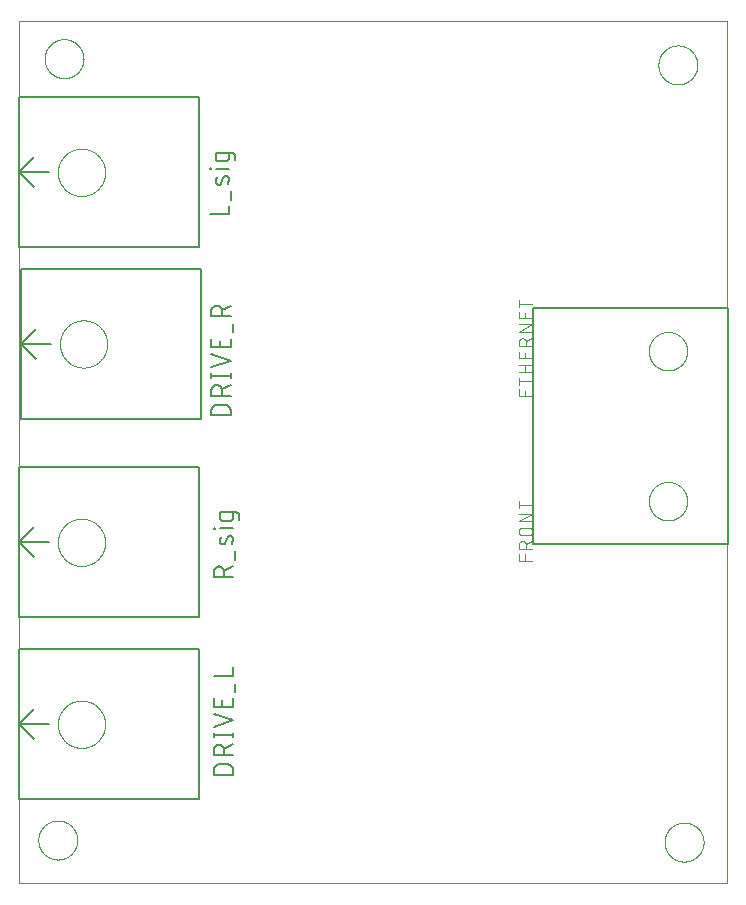
<source format=gto>
G75*
%MOIN*%
%OFA0B0*%
%FSLAX25Y25*%
%IPPOS*%
%LPD*%
%AMOC8*
5,1,8,0,0,1.08239X$1,22.5*
%
%ADD10C,0.00000*%
%ADD11C,0.00600*%
%ADD12C,0.00500*%
%ADD13C,0.00400*%
D10*
X0005000Y0001000D02*
X0005000Y0288402D01*
X0241220Y0288402D01*
X0241220Y0001000D01*
X0005000Y0001000D01*
X0011591Y0015469D02*
X0011593Y0015630D01*
X0011599Y0015790D01*
X0011609Y0015951D01*
X0011623Y0016111D01*
X0011641Y0016271D01*
X0011662Y0016430D01*
X0011688Y0016589D01*
X0011718Y0016747D01*
X0011751Y0016904D01*
X0011789Y0017061D01*
X0011830Y0017216D01*
X0011875Y0017370D01*
X0011924Y0017523D01*
X0011977Y0017675D01*
X0012033Y0017826D01*
X0012094Y0017975D01*
X0012157Y0018123D01*
X0012225Y0018269D01*
X0012296Y0018413D01*
X0012370Y0018555D01*
X0012448Y0018696D01*
X0012530Y0018834D01*
X0012615Y0018971D01*
X0012703Y0019105D01*
X0012795Y0019237D01*
X0012890Y0019367D01*
X0012988Y0019495D01*
X0013089Y0019620D01*
X0013193Y0019742D01*
X0013300Y0019862D01*
X0013410Y0019979D01*
X0013523Y0020094D01*
X0013639Y0020205D01*
X0013758Y0020314D01*
X0013879Y0020419D01*
X0014003Y0020522D01*
X0014129Y0020622D01*
X0014257Y0020718D01*
X0014388Y0020811D01*
X0014522Y0020901D01*
X0014657Y0020988D01*
X0014795Y0021071D01*
X0014934Y0021151D01*
X0015076Y0021227D01*
X0015219Y0021300D01*
X0015364Y0021369D01*
X0015511Y0021435D01*
X0015659Y0021497D01*
X0015809Y0021555D01*
X0015960Y0021610D01*
X0016113Y0021661D01*
X0016267Y0021708D01*
X0016422Y0021751D01*
X0016578Y0021790D01*
X0016734Y0021826D01*
X0016892Y0021857D01*
X0017050Y0021885D01*
X0017209Y0021909D01*
X0017369Y0021929D01*
X0017529Y0021945D01*
X0017689Y0021957D01*
X0017850Y0021965D01*
X0018011Y0021969D01*
X0018171Y0021969D01*
X0018332Y0021965D01*
X0018493Y0021957D01*
X0018653Y0021945D01*
X0018813Y0021929D01*
X0018973Y0021909D01*
X0019132Y0021885D01*
X0019290Y0021857D01*
X0019448Y0021826D01*
X0019604Y0021790D01*
X0019760Y0021751D01*
X0019915Y0021708D01*
X0020069Y0021661D01*
X0020222Y0021610D01*
X0020373Y0021555D01*
X0020523Y0021497D01*
X0020671Y0021435D01*
X0020818Y0021369D01*
X0020963Y0021300D01*
X0021106Y0021227D01*
X0021248Y0021151D01*
X0021387Y0021071D01*
X0021525Y0020988D01*
X0021660Y0020901D01*
X0021794Y0020811D01*
X0021925Y0020718D01*
X0022053Y0020622D01*
X0022179Y0020522D01*
X0022303Y0020419D01*
X0022424Y0020314D01*
X0022543Y0020205D01*
X0022659Y0020094D01*
X0022772Y0019979D01*
X0022882Y0019862D01*
X0022989Y0019742D01*
X0023093Y0019620D01*
X0023194Y0019495D01*
X0023292Y0019367D01*
X0023387Y0019237D01*
X0023479Y0019105D01*
X0023567Y0018971D01*
X0023652Y0018834D01*
X0023734Y0018696D01*
X0023812Y0018555D01*
X0023886Y0018413D01*
X0023957Y0018269D01*
X0024025Y0018123D01*
X0024088Y0017975D01*
X0024149Y0017826D01*
X0024205Y0017675D01*
X0024258Y0017523D01*
X0024307Y0017370D01*
X0024352Y0017216D01*
X0024393Y0017061D01*
X0024431Y0016904D01*
X0024464Y0016747D01*
X0024494Y0016589D01*
X0024520Y0016430D01*
X0024541Y0016271D01*
X0024559Y0016111D01*
X0024573Y0015951D01*
X0024583Y0015790D01*
X0024589Y0015630D01*
X0024591Y0015469D01*
X0024589Y0015308D01*
X0024583Y0015148D01*
X0024573Y0014987D01*
X0024559Y0014827D01*
X0024541Y0014667D01*
X0024520Y0014508D01*
X0024494Y0014349D01*
X0024464Y0014191D01*
X0024431Y0014034D01*
X0024393Y0013877D01*
X0024352Y0013722D01*
X0024307Y0013568D01*
X0024258Y0013415D01*
X0024205Y0013263D01*
X0024149Y0013112D01*
X0024088Y0012963D01*
X0024025Y0012815D01*
X0023957Y0012669D01*
X0023886Y0012525D01*
X0023812Y0012383D01*
X0023734Y0012242D01*
X0023652Y0012104D01*
X0023567Y0011967D01*
X0023479Y0011833D01*
X0023387Y0011701D01*
X0023292Y0011571D01*
X0023194Y0011443D01*
X0023093Y0011318D01*
X0022989Y0011196D01*
X0022882Y0011076D01*
X0022772Y0010959D01*
X0022659Y0010844D01*
X0022543Y0010733D01*
X0022424Y0010624D01*
X0022303Y0010519D01*
X0022179Y0010416D01*
X0022053Y0010316D01*
X0021925Y0010220D01*
X0021794Y0010127D01*
X0021660Y0010037D01*
X0021525Y0009950D01*
X0021387Y0009867D01*
X0021248Y0009787D01*
X0021106Y0009711D01*
X0020963Y0009638D01*
X0020818Y0009569D01*
X0020671Y0009503D01*
X0020523Y0009441D01*
X0020373Y0009383D01*
X0020222Y0009328D01*
X0020069Y0009277D01*
X0019915Y0009230D01*
X0019760Y0009187D01*
X0019604Y0009148D01*
X0019448Y0009112D01*
X0019290Y0009081D01*
X0019132Y0009053D01*
X0018973Y0009029D01*
X0018813Y0009009D01*
X0018653Y0008993D01*
X0018493Y0008981D01*
X0018332Y0008973D01*
X0018171Y0008969D01*
X0018011Y0008969D01*
X0017850Y0008973D01*
X0017689Y0008981D01*
X0017529Y0008993D01*
X0017369Y0009009D01*
X0017209Y0009029D01*
X0017050Y0009053D01*
X0016892Y0009081D01*
X0016734Y0009112D01*
X0016578Y0009148D01*
X0016422Y0009187D01*
X0016267Y0009230D01*
X0016113Y0009277D01*
X0015960Y0009328D01*
X0015809Y0009383D01*
X0015659Y0009441D01*
X0015511Y0009503D01*
X0015364Y0009569D01*
X0015219Y0009638D01*
X0015076Y0009711D01*
X0014934Y0009787D01*
X0014795Y0009867D01*
X0014657Y0009950D01*
X0014522Y0010037D01*
X0014388Y0010127D01*
X0014257Y0010220D01*
X0014129Y0010316D01*
X0014003Y0010416D01*
X0013879Y0010519D01*
X0013758Y0010624D01*
X0013639Y0010733D01*
X0013523Y0010844D01*
X0013410Y0010959D01*
X0013300Y0011076D01*
X0013193Y0011196D01*
X0013089Y0011318D01*
X0012988Y0011443D01*
X0012890Y0011571D01*
X0012795Y0011701D01*
X0012703Y0011833D01*
X0012615Y0011967D01*
X0012530Y0012104D01*
X0012448Y0012242D01*
X0012370Y0012383D01*
X0012296Y0012525D01*
X0012225Y0012669D01*
X0012157Y0012815D01*
X0012094Y0012963D01*
X0012033Y0013112D01*
X0011977Y0013263D01*
X0011924Y0013415D01*
X0011875Y0013568D01*
X0011830Y0013722D01*
X0011789Y0013877D01*
X0011751Y0014034D01*
X0011718Y0014191D01*
X0011688Y0014349D01*
X0011662Y0014508D01*
X0011641Y0014667D01*
X0011623Y0014827D01*
X0011609Y0014987D01*
X0011599Y0015148D01*
X0011593Y0015308D01*
X0011591Y0015469D01*
X0018110Y0054051D02*
X0018112Y0054244D01*
X0018119Y0054437D01*
X0018131Y0054630D01*
X0018148Y0054823D01*
X0018169Y0055015D01*
X0018195Y0055206D01*
X0018226Y0055397D01*
X0018261Y0055587D01*
X0018301Y0055776D01*
X0018346Y0055964D01*
X0018395Y0056151D01*
X0018449Y0056337D01*
X0018507Y0056521D01*
X0018570Y0056704D01*
X0018638Y0056885D01*
X0018709Y0057064D01*
X0018786Y0057242D01*
X0018866Y0057418D01*
X0018951Y0057591D01*
X0019040Y0057763D01*
X0019133Y0057932D01*
X0019230Y0058099D01*
X0019332Y0058264D01*
X0019437Y0058426D01*
X0019546Y0058585D01*
X0019660Y0058742D01*
X0019777Y0058895D01*
X0019897Y0059046D01*
X0020022Y0059194D01*
X0020150Y0059339D01*
X0020281Y0059480D01*
X0020416Y0059619D01*
X0020555Y0059754D01*
X0020696Y0059885D01*
X0020841Y0060013D01*
X0020989Y0060138D01*
X0021140Y0060258D01*
X0021293Y0060375D01*
X0021450Y0060489D01*
X0021609Y0060598D01*
X0021771Y0060703D01*
X0021936Y0060805D01*
X0022103Y0060902D01*
X0022272Y0060995D01*
X0022444Y0061084D01*
X0022617Y0061169D01*
X0022793Y0061249D01*
X0022971Y0061326D01*
X0023150Y0061397D01*
X0023331Y0061465D01*
X0023514Y0061528D01*
X0023698Y0061586D01*
X0023884Y0061640D01*
X0024071Y0061689D01*
X0024259Y0061734D01*
X0024448Y0061774D01*
X0024638Y0061809D01*
X0024829Y0061840D01*
X0025020Y0061866D01*
X0025212Y0061887D01*
X0025405Y0061904D01*
X0025598Y0061916D01*
X0025791Y0061923D01*
X0025984Y0061925D01*
X0026177Y0061923D01*
X0026370Y0061916D01*
X0026563Y0061904D01*
X0026756Y0061887D01*
X0026948Y0061866D01*
X0027139Y0061840D01*
X0027330Y0061809D01*
X0027520Y0061774D01*
X0027709Y0061734D01*
X0027897Y0061689D01*
X0028084Y0061640D01*
X0028270Y0061586D01*
X0028454Y0061528D01*
X0028637Y0061465D01*
X0028818Y0061397D01*
X0028997Y0061326D01*
X0029175Y0061249D01*
X0029351Y0061169D01*
X0029524Y0061084D01*
X0029696Y0060995D01*
X0029865Y0060902D01*
X0030032Y0060805D01*
X0030197Y0060703D01*
X0030359Y0060598D01*
X0030518Y0060489D01*
X0030675Y0060375D01*
X0030828Y0060258D01*
X0030979Y0060138D01*
X0031127Y0060013D01*
X0031272Y0059885D01*
X0031413Y0059754D01*
X0031552Y0059619D01*
X0031687Y0059480D01*
X0031818Y0059339D01*
X0031946Y0059194D01*
X0032071Y0059046D01*
X0032191Y0058895D01*
X0032308Y0058742D01*
X0032422Y0058585D01*
X0032531Y0058426D01*
X0032636Y0058264D01*
X0032738Y0058099D01*
X0032835Y0057932D01*
X0032928Y0057763D01*
X0033017Y0057591D01*
X0033102Y0057418D01*
X0033182Y0057242D01*
X0033259Y0057064D01*
X0033330Y0056885D01*
X0033398Y0056704D01*
X0033461Y0056521D01*
X0033519Y0056337D01*
X0033573Y0056151D01*
X0033622Y0055964D01*
X0033667Y0055776D01*
X0033707Y0055587D01*
X0033742Y0055397D01*
X0033773Y0055206D01*
X0033799Y0055015D01*
X0033820Y0054823D01*
X0033837Y0054630D01*
X0033849Y0054437D01*
X0033856Y0054244D01*
X0033858Y0054051D01*
X0033856Y0053858D01*
X0033849Y0053665D01*
X0033837Y0053472D01*
X0033820Y0053279D01*
X0033799Y0053087D01*
X0033773Y0052896D01*
X0033742Y0052705D01*
X0033707Y0052515D01*
X0033667Y0052326D01*
X0033622Y0052138D01*
X0033573Y0051951D01*
X0033519Y0051765D01*
X0033461Y0051581D01*
X0033398Y0051398D01*
X0033330Y0051217D01*
X0033259Y0051038D01*
X0033182Y0050860D01*
X0033102Y0050684D01*
X0033017Y0050511D01*
X0032928Y0050339D01*
X0032835Y0050170D01*
X0032738Y0050003D01*
X0032636Y0049838D01*
X0032531Y0049676D01*
X0032422Y0049517D01*
X0032308Y0049360D01*
X0032191Y0049207D01*
X0032071Y0049056D01*
X0031946Y0048908D01*
X0031818Y0048763D01*
X0031687Y0048622D01*
X0031552Y0048483D01*
X0031413Y0048348D01*
X0031272Y0048217D01*
X0031127Y0048089D01*
X0030979Y0047964D01*
X0030828Y0047844D01*
X0030675Y0047727D01*
X0030518Y0047613D01*
X0030359Y0047504D01*
X0030197Y0047399D01*
X0030032Y0047297D01*
X0029865Y0047200D01*
X0029696Y0047107D01*
X0029524Y0047018D01*
X0029351Y0046933D01*
X0029175Y0046853D01*
X0028997Y0046776D01*
X0028818Y0046705D01*
X0028637Y0046637D01*
X0028454Y0046574D01*
X0028270Y0046516D01*
X0028084Y0046462D01*
X0027897Y0046413D01*
X0027709Y0046368D01*
X0027520Y0046328D01*
X0027330Y0046293D01*
X0027139Y0046262D01*
X0026948Y0046236D01*
X0026756Y0046215D01*
X0026563Y0046198D01*
X0026370Y0046186D01*
X0026177Y0046179D01*
X0025984Y0046177D01*
X0025791Y0046179D01*
X0025598Y0046186D01*
X0025405Y0046198D01*
X0025212Y0046215D01*
X0025020Y0046236D01*
X0024829Y0046262D01*
X0024638Y0046293D01*
X0024448Y0046328D01*
X0024259Y0046368D01*
X0024071Y0046413D01*
X0023884Y0046462D01*
X0023698Y0046516D01*
X0023514Y0046574D01*
X0023331Y0046637D01*
X0023150Y0046705D01*
X0022971Y0046776D01*
X0022793Y0046853D01*
X0022617Y0046933D01*
X0022444Y0047018D01*
X0022272Y0047107D01*
X0022103Y0047200D01*
X0021936Y0047297D01*
X0021771Y0047399D01*
X0021609Y0047504D01*
X0021450Y0047613D01*
X0021293Y0047727D01*
X0021140Y0047844D01*
X0020989Y0047964D01*
X0020841Y0048089D01*
X0020696Y0048217D01*
X0020555Y0048348D01*
X0020416Y0048483D01*
X0020281Y0048622D01*
X0020150Y0048763D01*
X0020022Y0048908D01*
X0019897Y0049056D01*
X0019777Y0049207D01*
X0019660Y0049360D01*
X0019546Y0049517D01*
X0019437Y0049676D01*
X0019332Y0049838D01*
X0019230Y0050003D01*
X0019133Y0050170D01*
X0019040Y0050339D01*
X0018951Y0050511D01*
X0018866Y0050684D01*
X0018786Y0050860D01*
X0018709Y0051038D01*
X0018638Y0051217D01*
X0018570Y0051398D01*
X0018507Y0051581D01*
X0018449Y0051765D01*
X0018395Y0051951D01*
X0018346Y0052138D01*
X0018301Y0052326D01*
X0018261Y0052515D01*
X0018226Y0052705D01*
X0018195Y0052896D01*
X0018169Y0053087D01*
X0018148Y0053279D01*
X0018131Y0053472D01*
X0018119Y0053665D01*
X0018112Y0053858D01*
X0018110Y0054051D01*
X0018110Y0114681D02*
X0018112Y0114874D01*
X0018119Y0115067D01*
X0018131Y0115260D01*
X0018148Y0115453D01*
X0018169Y0115645D01*
X0018195Y0115836D01*
X0018226Y0116027D01*
X0018261Y0116217D01*
X0018301Y0116406D01*
X0018346Y0116594D01*
X0018395Y0116781D01*
X0018449Y0116967D01*
X0018507Y0117151D01*
X0018570Y0117334D01*
X0018638Y0117515D01*
X0018709Y0117694D01*
X0018786Y0117872D01*
X0018866Y0118048D01*
X0018951Y0118221D01*
X0019040Y0118393D01*
X0019133Y0118562D01*
X0019230Y0118729D01*
X0019332Y0118894D01*
X0019437Y0119056D01*
X0019546Y0119215D01*
X0019660Y0119372D01*
X0019777Y0119525D01*
X0019897Y0119676D01*
X0020022Y0119824D01*
X0020150Y0119969D01*
X0020281Y0120110D01*
X0020416Y0120249D01*
X0020555Y0120384D01*
X0020696Y0120515D01*
X0020841Y0120643D01*
X0020989Y0120768D01*
X0021140Y0120888D01*
X0021293Y0121005D01*
X0021450Y0121119D01*
X0021609Y0121228D01*
X0021771Y0121333D01*
X0021936Y0121435D01*
X0022103Y0121532D01*
X0022272Y0121625D01*
X0022444Y0121714D01*
X0022617Y0121799D01*
X0022793Y0121879D01*
X0022971Y0121956D01*
X0023150Y0122027D01*
X0023331Y0122095D01*
X0023514Y0122158D01*
X0023698Y0122216D01*
X0023884Y0122270D01*
X0024071Y0122319D01*
X0024259Y0122364D01*
X0024448Y0122404D01*
X0024638Y0122439D01*
X0024829Y0122470D01*
X0025020Y0122496D01*
X0025212Y0122517D01*
X0025405Y0122534D01*
X0025598Y0122546D01*
X0025791Y0122553D01*
X0025984Y0122555D01*
X0026177Y0122553D01*
X0026370Y0122546D01*
X0026563Y0122534D01*
X0026756Y0122517D01*
X0026948Y0122496D01*
X0027139Y0122470D01*
X0027330Y0122439D01*
X0027520Y0122404D01*
X0027709Y0122364D01*
X0027897Y0122319D01*
X0028084Y0122270D01*
X0028270Y0122216D01*
X0028454Y0122158D01*
X0028637Y0122095D01*
X0028818Y0122027D01*
X0028997Y0121956D01*
X0029175Y0121879D01*
X0029351Y0121799D01*
X0029524Y0121714D01*
X0029696Y0121625D01*
X0029865Y0121532D01*
X0030032Y0121435D01*
X0030197Y0121333D01*
X0030359Y0121228D01*
X0030518Y0121119D01*
X0030675Y0121005D01*
X0030828Y0120888D01*
X0030979Y0120768D01*
X0031127Y0120643D01*
X0031272Y0120515D01*
X0031413Y0120384D01*
X0031552Y0120249D01*
X0031687Y0120110D01*
X0031818Y0119969D01*
X0031946Y0119824D01*
X0032071Y0119676D01*
X0032191Y0119525D01*
X0032308Y0119372D01*
X0032422Y0119215D01*
X0032531Y0119056D01*
X0032636Y0118894D01*
X0032738Y0118729D01*
X0032835Y0118562D01*
X0032928Y0118393D01*
X0033017Y0118221D01*
X0033102Y0118048D01*
X0033182Y0117872D01*
X0033259Y0117694D01*
X0033330Y0117515D01*
X0033398Y0117334D01*
X0033461Y0117151D01*
X0033519Y0116967D01*
X0033573Y0116781D01*
X0033622Y0116594D01*
X0033667Y0116406D01*
X0033707Y0116217D01*
X0033742Y0116027D01*
X0033773Y0115836D01*
X0033799Y0115645D01*
X0033820Y0115453D01*
X0033837Y0115260D01*
X0033849Y0115067D01*
X0033856Y0114874D01*
X0033858Y0114681D01*
X0033856Y0114488D01*
X0033849Y0114295D01*
X0033837Y0114102D01*
X0033820Y0113909D01*
X0033799Y0113717D01*
X0033773Y0113526D01*
X0033742Y0113335D01*
X0033707Y0113145D01*
X0033667Y0112956D01*
X0033622Y0112768D01*
X0033573Y0112581D01*
X0033519Y0112395D01*
X0033461Y0112211D01*
X0033398Y0112028D01*
X0033330Y0111847D01*
X0033259Y0111668D01*
X0033182Y0111490D01*
X0033102Y0111314D01*
X0033017Y0111141D01*
X0032928Y0110969D01*
X0032835Y0110800D01*
X0032738Y0110633D01*
X0032636Y0110468D01*
X0032531Y0110306D01*
X0032422Y0110147D01*
X0032308Y0109990D01*
X0032191Y0109837D01*
X0032071Y0109686D01*
X0031946Y0109538D01*
X0031818Y0109393D01*
X0031687Y0109252D01*
X0031552Y0109113D01*
X0031413Y0108978D01*
X0031272Y0108847D01*
X0031127Y0108719D01*
X0030979Y0108594D01*
X0030828Y0108474D01*
X0030675Y0108357D01*
X0030518Y0108243D01*
X0030359Y0108134D01*
X0030197Y0108029D01*
X0030032Y0107927D01*
X0029865Y0107830D01*
X0029696Y0107737D01*
X0029524Y0107648D01*
X0029351Y0107563D01*
X0029175Y0107483D01*
X0028997Y0107406D01*
X0028818Y0107335D01*
X0028637Y0107267D01*
X0028454Y0107204D01*
X0028270Y0107146D01*
X0028084Y0107092D01*
X0027897Y0107043D01*
X0027709Y0106998D01*
X0027520Y0106958D01*
X0027330Y0106923D01*
X0027139Y0106892D01*
X0026948Y0106866D01*
X0026756Y0106845D01*
X0026563Y0106828D01*
X0026370Y0106816D01*
X0026177Y0106809D01*
X0025984Y0106807D01*
X0025791Y0106809D01*
X0025598Y0106816D01*
X0025405Y0106828D01*
X0025212Y0106845D01*
X0025020Y0106866D01*
X0024829Y0106892D01*
X0024638Y0106923D01*
X0024448Y0106958D01*
X0024259Y0106998D01*
X0024071Y0107043D01*
X0023884Y0107092D01*
X0023698Y0107146D01*
X0023514Y0107204D01*
X0023331Y0107267D01*
X0023150Y0107335D01*
X0022971Y0107406D01*
X0022793Y0107483D01*
X0022617Y0107563D01*
X0022444Y0107648D01*
X0022272Y0107737D01*
X0022103Y0107830D01*
X0021936Y0107927D01*
X0021771Y0108029D01*
X0021609Y0108134D01*
X0021450Y0108243D01*
X0021293Y0108357D01*
X0021140Y0108474D01*
X0020989Y0108594D01*
X0020841Y0108719D01*
X0020696Y0108847D01*
X0020555Y0108978D01*
X0020416Y0109113D01*
X0020281Y0109252D01*
X0020150Y0109393D01*
X0020022Y0109538D01*
X0019897Y0109686D01*
X0019777Y0109837D01*
X0019660Y0109990D01*
X0019546Y0110147D01*
X0019437Y0110306D01*
X0019332Y0110468D01*
X0019230Y0110633D01*
X0019133Y0110800D01*
X0019040Y0110969D01*
X0018951Y0111141D01*
X0018866Y0111314D01*
X0018786Y0111490D01*
X0018709Y0111668D01*
X0018638Y0111847D01*
X0018570Y0112028D01*
X0018507Y0112211D01*
X0018449Y0112395D01*
X0018395Y0112581D01*
X0018346Y0112768D01*
X0018301Y0112956D01*
X0018261Y0113145D01*
X0018226Y0113335D01*
X0018195Y0113526D01*
X0018169Y0113717D01*
X0018148Y0113909D01*
X0018131Y0114102D01*
X0018119Y0114295D01*
X0018112Y0114488D01*
X0018110Y0114681D01*
X0018799Y0180823D02*
X0018801Y0181016D01*
X0018808Y0181209D01*
X0018820Y0181402D01*
X0018837Y0181595D01*
X0018858Y0181787D01*
X0018884Y0181978D01*
X0018915Y0182169D01*
X0018950Y0182359D01*
X0018990Y0182548D01*
X0019035Y0182736D01*
X0019084Y0182923D01*
X0019138Y0183109D01*
X0019196Y0183293D01*
X0019259Y0183476D01*
X0019327Y0183657D01*
X0019398Y0183836D01*
X0019475Y0184014D01*
X0019555Y0184190D01*
X0019640Y0184363D01*
X0019729Y0184535D01*
X0019822Y0184704D01*
X0019919Y0184871D01*
X0020021Y0185036D01*
X0020126Y0185198D01*
X0020235Y0185357D01*
X0020349Y0185514D01*
X0020466Y0185667D01*
X0020586Y0185818D01*
X0020711Y0185966D01*
X0020839Y0186111D01*
X0020970Y0186252D01*
X0021105Y0186391D01*
X0021244Y0186526D01*
X0021385Y0186657D01*
X0021530Y0186785D01*
X0021678Y0186910D01*
X0021829Y0187030D01*
X0021982Y0187147D01*
X0022139Y0187261D01*
X0022298Y0187370D01*
X0022460Y0187475D01*
X0022625Y0187577D01*
X0022792Y0187674D01*
X0022961Y0187767D01*
X0023133Y0187856D01*
X0023306Y0187941D01*
X0023482Y0188021D01*
X0023660Y0188098D01*
X0023839Y0188169D01*
X0024020Y0188237D01*
X0024203Y0188300D01*
X0024387Y0188358D01*
X0024573Y0188412D01*
X0024760Y0188461D01*
X0024948Y0188506D01*
X0025137Y0188546D01*
X0025327Y0188581D01*
X0025518Y0188612D01*
X0025709Y0188638D01*
X0025901Y0188659D01*
X0026094Y0188676D01*
X0026287Y0188688D01*
X0026480Y0188695D01*
X0026673Y0188697D01*
X0026866Y0188695D01*
X0027059Y0188688D01*
X0027252Y0188676D01*
X0027445Y0188659D01*
X0027637Y0188638D01*
X0027828Y0188612D01*
X0028019Y0188581D01*
X0028209Y0188546D01*
X0028398Y0188506D01*
X0028586Y0188461D01*
X0028773Y0188412D01*
X0028959Y0188358D01*
X0029143Y0188300D01*
X0029326Y0188237D01*
X0029507Y0188169D01*
X0029686Y0188098D01*
X0029864Y0188021D01*
X0030040Y0187941D01*
X0030213Y0187856D01*
X0030385Y0187767D01*
X0030554Y0187674D01*
X0030721Y0187577D01*
X0030886Y0187475D01*
X0031048Y0187370D01*
X0031207Y0187261D01*
X0031364Y0187147D01*
X0031517Y0187030D01*
X0031668Y0186910D01*
X0031816Y0186785D01*
X0031961Y0186657D01*
X0032102Y0186526D01*
X0032241Y0186391D01*
X0032376Y0186252D01*
X0032507Y0186111D01*
X0032635Y0185966D01*
X0032760Y0185818D01*
X0032880Y0185667D01*
X0032997Y0185514D01*
X0033111Y0185357D01*
X0033220Y0185198D01*
X0033325Y0185036D01*
X0033427Y0184871D01*
X0033524Y0184704D01*
X0033617Y0184535D01*
X0033706Y0184363D01*
X0033791Y0184190D01*
X0033871Y0184014D01*
X0033948Y0183836D01*
X0034019Y0183657D01*
X0034087Y0183476D01*
X0034150Y0183293D01*
X0034208Y0183109D01*
X0034262Y0182923D01*
X0034311Y0182736D01*
X0034356Y0182548D01*
X0034396Y0182359D01*
X0034431Y0182169D01*
X0034462Y0181978D01*
X0034488Y0181787D01*
X0034509Y0181595D01*
X0034526Y0181402D01*
X0034538Y0181209D01*
X0034545Y0181016D01*
X0034547Y0180823D01*
X0034545Y0180630D01*
X0034538Y0180437D01*
X0034526Y0180244D01*
X0034509Y0180051D01*
X0034488Y0179859D01*
X0034462Y0179668D01*
X0034431Y0179477D01*
X0034396Y0179287D01*
X0034356Y0179098D01*
X0034311Y0178910D01*
X0034262Y0178723D01*
X0034208Y0178537D01*
X0034150Y0178353D01*
X0034087Y0178170D01*
X0034019Y0177989D01*
X0033948Y0177810D01*
X0033871Y0177632D01*
X0033791Y0177456D01*
X0033706Y0177283D01*
X0033617Y0177111D01*
X0033524Y0176942D01*
X0033427Y0176775D01*
X0033325Y0176610D01*
X0033220Y0176448D01*
X0033111Y0176289D01*
X0032997Y0176132D01*
X0032880Y0175979D01*
X0032760Y0175828D01*
X0032635Y0175680D01*
X0032507Y0175535D01*
X0032376Y0175394D01*
X0032241Y0175255D01*
X0032102Y0175120D01*
X0031961Y0174989D01*
X0031816Y0174861D01*
X0031668Y0174736D01*
X0031517Y0174616D01*
X0031364Y0174499D01*
X0031207Y0174385D01*
X0031048Y0174276D01*
X0030886Y0174171D01*
X0030721Y0174069D01*
X0030554Y0173972D01*
X0030385Y0173879D01*
X0030213Y0173790D01*
X0030040Y0173705D01*
X0029864Y0173625D01*
X0029686Y0173548D01*
X0029507Y0173477D01*
X0029326Y0173409D01*
X0029143Y0173346D01*
X0028959Y0173288D01*
X0028773Y0173234D01*
X0028586Y0173185D01*
X0028398Y0173140D01*
X0028209Y0173100D01*
X0028019Y0173065D01*
X0027828Y0173034D01*
X0027637Y0173008D01*
X0027445Y0172987D01*
X0027252Y0172970D01*
X0027059Y0172958D01*
X0026866Y0172951D01*
X0026673Y0172949D01*
X0026480Y0172951D01*
X0026287Y0172958D01*
X0026094Y0172970D01*
X0025901Y0172987D01*
X0025709Y0173008D01*
X0025518Y0173034D01*
X0025327Y0173065D01*
X0025137Y0173100D01*
X0024948Y0173140D01*
X0024760Y0173185D01*
X0024573Y0173234D01*
X0024387Y0173288D01*
X0024203Y0173346D01*
X0024020Y0173409D01*
X0023839Y0173477D01*
X0023660Y0173548D01*
X0023482Y0173625D01*
X0023306Y0173705D01*
X0023133Y0173790D01*
X0022961Y0173879D01*
X0022792Y0173972D01*
X0022625Y0174069D01*
X0022460Y0174171D01*
X0022298Y0174276D01*
X0022139Y0174385D01*
X0021982Y0174499D01*
X0021829Y0174616D01*
X0021678Y0174736D01*
X0021530Y0174861D01*
X0021385Y0174989D01*
X0021244Y0175120D01*
X0021105Y0175255D01*
X0020970Y0175394D01*
X0020839Y0175535D01*
X0020711Y0175680D01*
X0020586Y0175828D01*
X0020466Y0175979D01*
X0020349Y0176132D01*
X0020235Y0176289D01*
X0020126Y0176448D01*
X0020021Y0176610D01*
X0019919Y0176775D01*
X0019822Y0176942D01*
X0019729Y0177111D01*
X0019640Y0177283D01*
X0019555Y0177456D01*
X0019475Y0177632D01*
X0019398Y0177810D01*
X0019327Y0177989D01*
X0019259Y0178170D01*
X0019196Y0178353D01*
X0019138Y0178537D01*
X0019084Y0178723D01*
X0019035Y0178910D01*
X0018990Y0179098D01*
X0018950Y0179287D01*
X0018915Y0179477D01*
X0018884Y0179668D01*
X0018858Y0179859D01*
X0018837Y0180051D01*
X0018820Y0180244D01*
X0018808Y0180437D01*
X0018801Y0180630D01*
X0018799Y0180823D01*
X0018110Y0238008D02*
X0018112Y0238201D01*
X0018119Y0238394D01*
X0018131Y0238587D01*
X0018148Y0238780D01*
X0018169Y0238972D01*
X0018195Y0239163D01*
X0018226Y0239354D01*
X0018261Y0239544D01*
X0018301Y0239733D01*
X0018346Y0239921D01*
X0018395Y0240108D01*
X0018449Y0240294D01*
X0018507Y0240478D01*
X0018570Y0240661D01*
X0018638Y0240842D01*
X0018709Y0241021D01*
X0018786Y0241199D01*
X0018866Y0241375D01*
X0018951Y0241548D01*
X0019040Y0241720D01*
X0019133Y0241889D01*
X0019230Y0242056D01*
X0019332Y0242221D01*
X0019437Y0242383D01*
X0019546Y0242542D01*
X0019660Y0242699D01*
X0019777Y0242852D01*
X0019897Y0243003D01*
X0020022Y0243151D01*
X0020150Y0243296D01*
X0020281Y0243437D01*
X0020416Y0243576D01*
X0020555Y0243711D01*
X0020696Y0243842D01*
X0020841Y0243970D01*
X0020989Y0244095D01*
X0021140Y0244215D01*
X0021293Y0244332D01*
X0021450Y0244446D01*
X0021609Y0244555D01*
X0021771Y0244660D01*
X0021936Y0244762D01*
X0022103Y0244859D01*
X0022272Y0244952D01*
X0022444Y0245041D01*
X0022617Y0245126D01*
X0022793Y0245206D01*
X0022971Y0245283D01*
X0023150Y0245354D01*
X0023331Y0245422D01*
X0023514Y0245485D01*
X0023698Y0245543D01*
X0023884Y0245597D01*
X0024071Y0245646D01*
X0024259Y0245691D01*
X0024448Y0245731D01*
X0024638Y0245766D01*
X0024829Y0245797D01*
X0025020Y0245823D01*
X0025212Y0245844D01*
X0025405Y0245861D01*
X0025598Y0245873D01*
X0025791Y0245880D01*
X0025984Y0245882D01*
X0026177Y0245880D01*
X0026370Y0245873D01*
X0026563Y0245861D01*
X0026756Y0245844D01*
X0026948Y0245823D01*
X0027139Y0245797D01*
X0027330Y0245766D01*
X0027520Y0245731D01*
X0027709Y0245691D01*
X0027897Y0245646D01*
X0028084Y0245597D01*
X0028270Y0245543D01*
X0028454Y0245485D01*
X0028637Y0245422D01*
X0028818Y0245354D01*
X0028997Y0245283D01*
X0029175Y0245206D01*
X0029351Y0245126D01*
X0029524Y0245041D01*
X0029696Y0244952D01*
X0029865Y0244859D01*
X0030032Y0244762D01*
X0030197Y0244660D01*
X0030359Y0244555D01*
X0030518Y0244446D01*
X0030675Y0244332D01*
X0030828Y0244215D01*
X0030979Y0244095D01*
X0031127Y0243970D01*
X0031272Y0243842D01*
X0031413Y0243711D01*
X0031552Y0243576D01*
X0031687Y0243437D01*
X0031818Y0243296D01*
X0031946Y0243151D01*
X0032071Y0243003D01*
X0032191Y0242852D01*
X0032308Y0242699D01*
X0032422Y0242542D01*
X0032531Y0242383D01*
X0032636Y0242221D01*
X0032738Y0242056D01*
X0032835Y0241889D01*
X0032928Y0241720D01*
X0033017Y0241548D01*
X0033102Y0241375D01*
X0033182Y0241199D01*
X0033259Y0241021D01*
X0033330Y0240842D01*
X0033398Y0240661D01*
X0033461Y0240478D01*
X0033519Y0240294D01*
X0033573Y0240108D01*
X0033622Y0239921D01*
X0033667Y0239733D01*
X0033707Y0239544D01*
X0033742Y0239354D01*
X0033773Y0239163D01*
X0033799Y0238972D01*
X0033820Y0238780D01*
X0033837Y0238587D01*
X0033849Y0238394D01*
X0033856Y0238201D01*
X0033858Y0238008D01*
X0033856Y0237815D01*
X0033849Y0237622D01*
X0033837Y0237429D01*
X0033820Y0237236D01*
X0033799Y0237044D01*
X0033773Y0236853D01*
X0033742Y0236662D01*
X0033707Y0236472D01*
X0033667Y0236283D01*
X0033622Y0236095D01*
X0033573Y0235908D01*
X0033519Y0235722D01*
X0033461Y0235538D01*
X0033398Y0235355D01*
X0033330Y0235174D01*
X0033259Y0234995D01*
X0033182Y0234817D01*
X0033102Y0234641D01*
X0033017Y0234468D01*
X0032928Y0234296D01*
X0032835Y0234127D01*
X0032738Y0233960D01*
X0032636Y0233795D01*
X0032531Y0233633D01*
X0032422Y0233474D01*
X0032308Y0233317D01*
X0032191Y0233164D01*
X0032071Y0233013D01*
X0031946Y0232865D01*
X0031818Y0232720D01*
X0031687Y0232579D01*
X0031552Y0232440D01*
X0031413Y0232305D01*
X0031272Y0232174D01*
X0031127Y0232046D01*
X0030979Y0231921D01*
X0030828Y0231801D01*
X0030675Y0231684D01*
X0030518Y0231570D01*
X0030359Y0231461D01*
X0030197Y0231356D01*
X0030032Y0231254D01*
X0029865Y0231157D01*
X0029696Y0231064D01*
X0029524Y0230975D01*
X0029351Y0230890D01*
X0029175Y0230810D01*
X0028997Y0230733D01*
X0028818Y0230662D01*
X0028637Y0230594D01*
X0028454Y0230531D01*
X0028270Y0230473D01*
X0028084Y0230419D01*
X0027897Y0230370D01*
X0027709Y0230325D01*
X0027520Y0230285D01*
X0027330Y0230250D01*
X0027139Y0230219D01*
X0026948Y0230193D01*
X0026756Y0230172D01*
X0026563Y0230155D01*
X0026370Y0230143D01*
X0026177Y0230136D01*
X0025984Y0230134D01*
X0025791Y0230136D01*
X0025598Y0230143D01*
X0025405Y0230155D01*
X0025212Y0230172D01*
X0025020Y0230193D01*
X0024829Y0230219D01*
X0024638Y0230250D01*
X0024448Y0230285D01*
X0024259Y0230325D01*
X0024071Y0230370D01*
X0023884Y0230419D01*
X0023698Y0230473D01*
X0023514Y0230531D01*
X0023331Y0230594D01*
X0023150Y0230662D01*
X0022971Y0230733D01*
X0022793Y0230810D01*
X0022617Y0230890D01*
X0022444Y0230975D01*
X0022272Y0231064D01*
X0022103Y0231157D01*
X0021936Y0231254D01*
X0021771Y0231356D01*
X0021609Y0231461D01*
X0021450Y0231570D01*
X0021293Y0231684D01*
X0021140Y0231801D01*
X0020989Y0231921D01*
X0020841Y0232046D01*
X0020696Y0232174D01*
X0020555Y0232305D01*
X0020416Y0232440D01*
X0020281Y0232579D01*
X0020150Y0232720D01*
X0020022Y0232865D01*
X0019897Y0233013D01*
X0019777Y0233164D01*
X0019660Y0233317D01*
X0019546Y0233474D01*
X0019437Y0233633D01*
X0019332Y0233795D01*
X0019230Y0233960D01*
X0019133Y0234127D01*
X0019040Y0234296D01*
X0018951Y0234468D01*
X0018866Y0234641D01*
X0018786Y0234817D01*
X0018709Y0234995D01*
X0018638Y0235174D01*
X0018570Y0235355D01*
X0018507Y0235538D01*
X0018449Y0235722D01*
X0018395Y0235908D01*
X0018346Y0236095D01*
X0018301Y0236283D01*
X0018261Y0236472D01*
X0018226Y0236662D01*
X0018195Y0236853D01*
X0018169Y0237044D01*
X0018148Y0237236D01*
X0018131Y0237429D01*
X0018119Y0237622D01*
X0018112Y0237815D01*
X0018110Y0238008D01*
X0013657Y0275902D02*
X0013659Y0276063D01*
X0013665Y0276223D01*
X0013675Y0276384D01*
X0013689Y0276544D01*
X0013707Y0276704D01*
X0013728Y0276863D01*
X0013754Y0277022D01*
X0013784Y0277180D01*
X0013817Y0277337D01*
X0013855Y0277494D01*
X0013896Y0277649D01*
X0013941Y0277803D01*
X0013990Y0277956D01*
X0014043Y0278108D01*
X0014099Y0278259D01*
X0014160Y0278408D01*
X0014223Y0278556D01*
X0014291Y0278702D01*
X0014362Y0278846D01*
X0014436Y0278988D01*
X0014514Y0279129D01*
X0014596Y0279267D01*
X0014681Y0279404D01*
X0014769Y0279538D01*
X0014861Y0279670D01*
X0014956Y0279800D01*
X0015054Y0279928D01*
X0015155Y0280053D01*
X0015259Y0280175D01*
X0015366Y0280295D01*
X0015476Y0280412D01*
X0015589Y0280527D01*
X0015705Y0280638D01*
X0015824Y0280747D01*
X0015945Y0280852D01*
X0016069Y0280955D01*
X0016195Y0281055D01*
X0016323Y0281151D01*
X0016454Y0281244D01*
X0016588Y0281334D01*
X0016723Y0281421D01*
X0016861Y0281504D01*
X0017000Y0281584D01*
X0017142Y0281660D01*
X0017285Y0281733D01*
X0017430Y0281802D01*
X0017577Y0281868D01*
X0017725Y0281930D01*
X0017875Y0281988D01*
X0018026Y0282043D01*
X0018179Y0282094D01*
X0018333Y0282141D01*
X0018488Y0282184D01*
X0018644Y0282223D01*
X0018800Y0282259D01*
X0018958Y0282290D01*
X0019116Y0282318D01*
X0019275Y0282342D01*
X0019435Y0282362D01*
X0019595Y0282378D01*
X0019755Y0282390D01*
X0019916Y0282398D01*
X0020077Y0282402D01*
X0020237Y0282402D01*
X0020398Y0282398D01*
X0020559Y0282390D01*
X0020719Y0282378D01*
X0020879Y0282362D01*
X0021039Y0282342D01*
X0021198Y0282318D01*
X0021356Y0282290D01*
X0021514Y0282259D01*
X0021670Y0282223D01*
X0021826Y0282184D01*
X0021981Y0282141D01*
X0022135Y0282094D01*
X0022288Y0282043D01*
X0022439Y0281988D01*
X0022589Y0281930D01*
X0022737Y0281868D01*
X0022884Y0281802D01*
X0023029Y0281733D01*
X0023172Y0281660D01*
X0023314Y0281584D01*
X0023453Y0281504D01*
X0023591Y0281421D01*
X0023726Y0281334D01*
X0023860Y0281244D01*
X0023991Y0281151D01*
X0024119Y0281055D01*
X0024245Y0280955D01*
X0024369Y0280852D01*
X0024490Y0280747D01*
X0024609Y0280638D01*
X0024725Y0280527D01*
X0024838Y0280412D01*
X0024948Y0280295D01*
X0025055Y0280175D01*
X0025159Y0280053D01*
X0025260Y0279928D01*
X0025358Y0279800D01*
X0025453Y0279670D01*
X0025545Y0279538D01*
X0025633Y0279404D01*
X0025718Y0279267D01*
X0025800Y0279129D01*
X0025878Y0278988D01*
X0025952Y0278846D01*
X0026023Y0278702D01*
X0026091Y0278556D01*
X0026154Y0278408D01*
X0026215Y0278259D01*
X0026271Y0278108D01*
X0026324Y0277956D01*
X0026373Y0277803D01*
X0026418Y0277649D01*
X0026459Y0277494D01*
X0026497Y0277337D01*
X0026530Y0277180D01*
X0026560Y0277022D01*
X0026586Y0276863D01*
X0026607Y0276704D01*
X0026625Y0276544D01*
X0026639Y0276384D01*
X0026649Y0276223D01*
X0026655Y0276063D01*
X0026657Y0275902D01*
X0026655Y0275741D01*
X0026649Y0275581D01*
X0026639Y0275420D01*
X0026625Y0275260D01*
X0026607Y0275100D01*
X0026586Y0274941D01*
X0026560Y0274782D01*
X0026530Y0274624D01*
X0026497Y0274467D01*
X0026459Y0274310D01*
X0026418Y0274155D01*
X0026373Y0274001D01*
X0026324Y0273848D01*
X0026271Y0273696D01*
X0026215Y0273545D01*
X0026154Y0273396D01*
X0026091Y0273248D01*
X0026023Y0273102D01*
X0025952Y0272958D01*
X0025878Y0272816D01*
X0025800Y0272675D01*
X0025718Y0272537D01*
X0025633Y0272400D01*
X0025545Y0272266D01*
X0025453Y0272134D01*
X0025358Y0272004D01*
X0025260Y0271876D01*
X0025159Y0271751D01*
X0025055Y0271629D01*
X0024948Y0271509D01*
X0024838Y0271392D01*
X0024725Y0271277D01*
X0024609Y0271166D01*
X0024490Y0271057D01*
X0024369Y0270952D01*
X0024245Y0270849D01*
X0024119Y0270749D01*
X0023991Y0270653D01*
X0023860Y0270560D01*
X0023726Y0270470D01*
X0023591Y0270383D01*
X0023453Y0270300D01*
X0023314Y0270220D01*
X0023172Y0270144D01*
X0023029Y0270071D01*
X0022884Y0270002D01*
X0022737Y0269936D01*
X0022589Y0269874D01*
X0022439Y0269816D01*
X0022288Y0269761D01*
X0022135Y0269710D01*
X0021981Y0269663D01*
X0021826Y0269620D01*
X0021670Y0269581D01*
X0021514Y0269545D01*
X0021356Y0269514D01*
X0021198Y0269486D01*
X0021039Y0269462D01*
X0020879Y0269442D01*
X0020719Y0269426D01*
X0020559Y0269414D01*
X0020398Y0269406D01*
X0020237Y0269402D01*
X0020077Y0269402D01*
X0019916Y0269406D01*
X0019755Y0269414D01*
X0019595Y0269426D01*
X0019435Y0269442D01*
X0019275Y0269462D01*
X0019116Y0269486D01*
X0018958Y0269514D01*
X0018800Y0269545D01*
X0018644Y0269581D01*
X0018488Y0269620D01*
X0018333Y0269663D01*
X0018179Y0269710D01*
X0018026Y0269761D01*
X0017875Y0269816D01*
X0017725Y0269874D01*
X0017577Y0269936D01*
X0017430Y0270002D01*
X0017285Y0270071D01*
X0017142Y0270144D01*
X0017000Y0270220D01*
X0016861Y0270300D01*
X0016723Y0270383D01*
X0016588Y0270470D01*
X0016454Y0270560D01*
X0016323Y0270653D01*
X0016195Y0270749D01*
X0016069Y0270849D01*
X0015945Y0270952D01*
X0015824Y0271057D01*
X0015705Y0271166D01*
X0015589Y0271277D01*
X0015476Y0271392D01*
X0015366Y0271509D01*
X0015259Y0271629D01*
X0015155Y0271751D01*
X0015054Y0271876D01*
X0014956Y0272004D01*
X0014861Y0272134D01*
X0014769Y0272266D01*
X0014681Y0272400D01*
X0014596Y0272537D01*
X0014514Y0272675D01*
X0014436Y0272816D01*
X0014362Y0272958D01*
X0014291Y0273102D01*
X0014223Y0273248D01*
X0014160Y0273396D01*
X0014099Y0273545D01*
X0014043Y0273696D01*
X0013990Y0273848D01*
X0013941Y0274001D01*
X0013896Y0274155D01*
X0013855Y0274310D01*
X0013817Y0274467D01*
X0013784Y0274624D01*
X0013754Y0274782D01*
X0013728Y0274941D01*
X0013707Y0275100D01*
X0013689Y0275260D01*
X0013675Y0275420D01*
X0013665Y0275581D01*
X0013659Y0275741D01*
X0013657Y0275902D01*
X0215098Y0178421D02*
X0215100Y0178581D01*
X0215106Y0178740D01*
X0215116Y0178899D01*
X0215130Y0179058D01*
X0215148Y0179217D01*
X0215169Y0179375D01*
X0215195Y0179532D01*
X0215225Y0179689D01*
X0215258Y0179845D01*
X0215296Y0180000D01*
X0215337Y0180154D01*
X0215382Y0180307D01*
X0215431Y0180459D01*
X0215484Y0180609D01*
X0215540Y0180758D01*
X0215600Y0180906D01*
X0215664Y0181052D01*
X0215732Y0181197D01*
X0215803Y0181340D01*
X0215877Y0181481D01*
X0215955Y0181620D01*
X0216037Y0181757D01*
X0216122Y0181892D01*
X0216210Y0182025D01*
X0216301Y0182156D01*
X0216396Y0182284D01*
X0216494Y0182410D01*
X0216595Y0182534D01*
X0216699Y0182654D01*
X0216806Y0182773D01*
X0216916Y0182888D01*
X0217029Y0183001D01*
X0217144Y0183111D01*
X0217263Y0183218D01*
X0217383Y0183322D01*
X0217507Y0183423D01*
X0217633Y0183521D01*
X0217761Y0183616D01*
X0217892Y0183707D01*
X0218025Y0183795D01*
X0218160Y0183880D01*
X0218297Y0183962D01*
X0218436Y0184040D01*
X0218577Y0184114D01*
X0218720Y0184185D01*
X0218865Y0184253D01*
X0219011Y0184317D01*
X0219159Y0184377D01*
X0219308Y0184433D01*
X0219458Y0184486D01*
X0219610Y0184535D01*
X0219763Y0184580D01*
X0219917Y0184621D01*
X0220072Y0184659D01*
X0220228Y0184692D01*
X0220385Y0184722D01*
X0220542Y0184748D01*
X0220700Y0184769D01*
X0220859Y0184787D01*
X0221018Y0184801D01*
X0221177Y0184811D01*
X0221336Y0184817D01*
X0221496Y0184819D01*
X0221656Y0184817D01*
X0221815Y0184811D01*
X0221974Y0184801D01*
X0222133Y0184787D01*
X0222292Y0184769D01*
X0222450Y0184748D01*
X0222607Y0184722D01*
X0222764Y0184692D01*
X0222920Y0184659D01*
X0223075Y0184621D01*
X0223229Y0184580D01*
X0223382Y0184535D01*
X0223534Y0184486D01*
X0223684Y0184433D01*
X0223833Y0184377D01*
X0223981Y0184317D01*
X0224127Y0184253D01*
X0224272Y0184185D01*
X0224415Y0184114D01*
X0224556Y0184040D01*
X0224695Y0183962D01*
X0224832Y0183880D01*
X0224967Y0183795D01*
X0225100Y0183707D01*
X0225231Y0183616D01*
X0225359Y0183521D01*
X0225485Y0183423D01*
X0225609Y0183322D01*
X0225729Y0183218D01*
X0225848Y0183111D01*
X0225963Y0183001D01*
X0226076Y0182888D01*
X0226186Y0182773D01*
X0226293Y0182654D01*
X0226397Y0182534D01*
X0226498Y0182410D01*
X0226596Y0182284D01*
X0226691Y0182156D01*
X0226782Y0182025D01*
X0226870Y0181892D01*
X0226955Y0181757D01*
X0227037Y0181620D01*
X0227115Y0181481D01*
X0227189Y0181340D01*
X0227260Y0181197D01*
X0227328Y0181052D01*
X0227392Y0180906D01*
X0227452Y0180758D01*
X0227508Y0180609D01*
X0227561Y0180459D01*
X0227610Y0180307D01*
X0227655Y0180154D01*
X0227696Y0180000D01*
X0227734Y0179845D01*
X0227767Y0179689D01*
X0227797Y0179532D01*
X0227823Y0179375D01*
X0227844Y0179217D01*
X0227862Y0179058D01*
X0227876Y0178899D01*
X0227886Y0178740D01*
X0227892Y0178581D01*
X0227894Y0178421D01*
X0227892Y0178261D01*
X0227886Y0178102D01*
X0227876Y0177943D01*
X0227862Y0177784D01*
X0227844Y0177625D01*
X0227823Y0177467D01*
X0227797Y0177310D01*
X0227767Y0177153D01*
X0227734Y0176997D01*
X0227696Y0176842D01*
X0227655Y0176688D01*
X0227610Y0176535D01*
X0227561Y0176383D01*
X0227508Y0176233D01*
X0227452Y0176084D01*
X0227392Y0175936D01*
X0227328Y0175790D01*
X0227260Y0175645D01*
X0227189Y0175502D01*
X0227115Y0175361D01*
X0227037Y0175222D01*
X0226955Y0175085D01*
X0226870Y0174950D01*
X0226782Y0174817D01*
X0226691Y0174686D01*
X0226596Y0174558D01*
X0226498Y0174432D01*
X0226397Y0174308D01*
X0226293Y0174188D01*
X0226186Y0174069D01*
X0226076Y0173954D01*
X0225963Y0173841D01*
X0225848Y0173731D01*
X0225729Y0173624D01*
X0225609Y0173520D01*
X0225485Y0173419D01*
X0225359Y0173321D01*
X0225231Y0173226D01*
X0225100Y0173135D01*
X0224967Y0173047D01*
X0224832Y0172962D01*
X0224695Y0172880D01*
X0224556Y0172802D01*
X0224415Y0172728D01*
X0224272Y0172657D01*
X0224127Y0172589D01*
X0223981Y0172525D01*
X0223833Y0172465D01*
X0223684Y0172409D01*
X0223534Y0172356D01*
X0223382Y0172307D01*
X0223229Y0172262D01*
X0223075Y0172221D01*
X0222920Y0172183D01*
X0222764Y0172150D01*
X0222607Y0172120D01*
X0222450Y0172094D01*
X0222292Y0172073D01*
X0222133Y0172055D01*
X0221974Y0172041D01*
X0221815Y0172031D01*
X0221656Y0172025D01*
X0221496Y0172023D01*
X0221336Y0172025D01*
X0221177Y0172031D01*
X0221018Y0172041D01*
X0220859Y0172055D01*
X0220700Y0172073D01*
X0220542Y0172094D01*
X0220385Y0172120D01*
X0220228Y0172150D01*
X0220072Y0172183D01*
X0219917Y0172221D01*
X0219763Y0172262D01*
X0219610Y0172307D01*
X0219458Y0172356D01*
X0219308Y0172409D01*
X0219159Y0172465D01*
X0219011Y0172525D01*
X0218865Y0172589D01*
X0218720Y0172657D01*
X0218577Y0172728D01*
X0218436Y0172802D01*
X0218297Y0172880D01*
X0218160Y0172962D01*
X0218025Y0173047D01*
X0217892Y0173135D01*
X0217761Y0173226D01*
X0217633Y0173321D01*
X0217507Y0173419D01*
X0217383Y0173520D01*
X0217263Y0173624D01*
X0217144Y0173731D01*
X0217029Y0173841D01*
X0216916Y0173954D01*
X0216806Y0174069D01*
X0216699Y0174188D01*
X0216595Y0174308D01*
X0216494Y0174432D01*
X0216396Y0174558D01*
X0216301Y0174686D01*
X0216210Y0174817D01*
X0216122Y0174950D01*
X0216037Y0175085D01*
X0215955Y0175222D01*
X0215877Y0175361D01*
X0215803Y0175502D01*
X0215732Y0175645D01*
X0215664Y0175790D01*
X0215600Y0175936D01*
X0215540Y0176084D01*
X0215484Y0176233D01*
X0215431Y0176383D01*
X0215382Y0176535D01*
X0215337Y0176688D01*
X0215296Y0176842D01*
X0215258Y0176997D01*
X0215225Y0177153D01*
X0215195Y0177310D01*
X0215169Y0177467D01*
X0215148Y0177625D01*
X0215130Y0177784D01*
X0215116Y0177943D01*
X0215106Y0178102D01*
X0215100Y0178261D01*
X0215098Y0178421D01*
X0215098Y0128421D02*
X0215100Y0128581D01*
X0215106Y0128740D01*
X0215116Y0128899D01*
X0215130Y0129058D01*
X0215148Y0129217D01*
X0215169Y0129375D01*
X0215195Y0129532D01*
X0215225Y0129689D01*
X0215258Y0129845D01*
X0215296Y0130000D01*
X0215337Y0130154D01*
X0215382Y0130307D01*
X0215431Y0130459D01*
X0215484Y0130609D01*
X0215540Y0130758D01*
X0215600Y0130906D01*
X0215664Y0131052D01*
X0215732Y0131197D01*
X0215803Y0131340D01*
X0215877Y0131481D01*
X0215955Y0131620D01*
X0216037Y0131757D01*
X0216122Y0131892D01*
X0216210Y0132025D01*
X0216301Y0132156D01*
X0216396Y0132284D01*
X0216494Y0132410D01*
X0216595Y0132534D01*
X0216699Y0132654D01*
X0216806Y0132773D01*
X0216916Y0132888D01*
X0217029Y0133001D01*
X0217144Y0133111D01*
X0217263Y0133218D01*
X0217383Y0133322D01*
X0217507Y0133423D01*
X0217633Y0133521D01*
X0217761Y0133616D01*
X0217892Y0133707D01*
X0218025Y0133795D01*
X0218160Y0133880D01*
X0218297Y0133962D01*
X0218436Y0134040D01*
X0218577Y0134114D01*
X0218720Y0134185D01*
X0218865Y0134253D01*
X0219011Y0134317D01*
X0219159Y0134377D01*
X0219308Y0134433D01*
X0219458Y0134486D01*
X0219610Y0134535D01*
X0219763Y0134580D01*
X0219917Y0134621D01*
X0220072Y0134659D01*
X0220228Y0134692D01*
X0220385Y0134722D01*
X0220542Y0134748D01*
X0220700Y0134769D01*
X0220859Y0134787D01*
X0221018Y0134801D01*
X0221177Y0134811D01*
X0221336Y0134817D01*
X0221496Y0134819D01*
X0221656Y0134817D01*
X0221815Y0134811D01*
X0221974Y0134801D01*
X0222133Y0134787D01*
X0222292Y0134769D01*
X0222450Y0134748D01*
X0222607Y0134722D01*
X0222764Y0134692D01*
X0222920Y0134659D01*
X0223075Y0134621D01*
X0223229Y0134580D01*
X0223382Y0134535D01*
X0223534Y0134486D01*
X0223684Y0134433D01*
X0223833Y0134377D01*
X0223981Y0134317D01*
X0224127Y0134253D01*
X0224272Y0134185D01*
X0224415Y0134114D01*
X0224556Y0134040D01*
X0224695Y0133962D01*
X0224832Y0133880D01*
X0224967Y0133795D01*
X0225100Y0133707D01*
X0225231Y0133616D01*
X0225359Y0133521D01*
X0225485Y0133423D01*
X0225609Y0133322D01*
X0225729Y0133218D01*
X0225848Y0133111D01*
X0225963Y0133001D01*
X0226076Y0132888D01*
X0226186Y0132773D01*
X0226293Y0132654D01*
X0226397Y0132534D01*
X0226498Y0132410D01*
X0226596Y0132284D01*
X0226691Y0132156D01*
X0226782Y0132025D01*
X0226870Y0131892D01*
X0226955Y0131757D01*
X0227037Y0131620D01*
X0227115Y0131481D01*
X0227189Y0131340D01*
X0227260Y0131197D01*
X0227328Y0131052D01*
X0227392Y0130906D01*
X0227452Y0130758D01*
X0227508Y0130609D01*
X0227561Y0130459D01*
X0227610Y0130307D01*
X0227655Y0130154D01*
X0227696Y0130000D01*
X0227734Y0129845D01*
X0227767Y0129689D01*
X0227797Y0129532D01*
X0227823Y0129375D01*
X0227844Y0129217D01*
X0227862Y0129058D01*
X0227876Y0128899D01*
X0227886Y0128740D01*
X0227892Y0128581D01*
X0227894Y0128421D01*
X0227892Y0128261D01*
X0227886Y0128102D01*
X0227876Y0127943D01*
X0227862Y0127784D01*
X0227844Y0127625D01*
X0227823Y0127467D01*
X0227797Y0127310D01*
X0227767Y0127153D01*
X0227734Y0126997D01*
X0227696Y0126842D01*
X0227655Y0126688D01*
X0227610Y0126535D01*
X0227561Y0126383D01*
X0227508Y0126233D01*
X0227452Y0126084D01*
X0227392Y0125936D01*
X0227328Y0125790D01*
X0227260Y0125645D01*
X0227189Y0125502D01*
X0227115Y0125361D01*
X0227037Y0125222D01*
X0226955Y0125085D01*
X0226870Y0124950D01*
X0226782Y0124817D01*
X0226691Y0124686D01*
X0226596Y0124558D01*
X0226498Y0124432D01*
X0226397Y0124308D01*
X0226293Y0124188D01*
X0226186Y0124069D01*
X0226076Y0123954D01*
X0225963Y0123841D01*
X0225848Y0123731D01*
X0225729Y0123624D01*
X0225609Y0123520D01*
X0225485Y0123419D01*
X0225359Y0123321D01*
X0225231Y0123226D01*
X0225100Y0123135D01*
X0224967Y0123047D01*
X0224832Y0122962D01*
X0224695Y0122880D01*
X0224556Y0122802D01*
X0224415Y0122728D01*
X0224272Y0122657D01*
X0224127Y0122589D01*
X0223981Y0122525D01*
X0223833Y0122465D01*
X0223684Y0122409D01*
X0223534Y0122356D01*
X0223382Y0122307D01*
X0223229Y0122262D01*
X0223075Y0122221D01*
X0222920Y0122183D01*
X0222764Y0122150D01*
X0222607Y0122120D01*
X0222450Y0122094D01*
X0222292Y0122073D01*
X0222133Y0122055D01*
X0221974Y0122041D01*
X0221815Y0122031D01*
X0221656Y0122025D01*
X0221496Y0122023D01*
X0221336Y0122025D01*
X0221177Y0122031D01*
X0221018Y0122041D01*
X0220859Y0122055D01*
X0220700Y0122073D01*
X0220542Y0122094D01*
X0220385Y0122120D01*
X0220228Y0122150D01*
X0220072Y0122183D01*
X0219917Y0122221D01*
X0219763Y0122262D01*
X0219610Y0122307D01*
X0219458Y0122356D01*
X0219308Y0122409D01*
X0219159Y0122465D01*
X0219011Y0122525D01*
X0218865Y0122589D01*
X0218720Y0122657D01*
X0218577Y0122728D01*
X0218436Y0122802D01*
X0218297Y0122880D01*
X0218160Y0122962D01*
X0218025Y0123047D01*
X0217892Y0123135D01*
X0217761Y0123226D01*
X0217633Y0123321D01*
X0217507Y0123419D01*
X0217383Y0123520D01*
X0217263Y0123624D01*
X0217144Y0123731D01*
X0217029Y0123841D01*
X0216916Y0123954D01*
X0216806Y0124069D01*
X0216699Y0124188D01*
X0216595Y0124308D01*
X0216494Y0124432D01*
X0216396Y0124558D01*
X0216301Y0124686D01*
X0216210Y0124817D01*
X0216122Y0124950D01*
X0216037Y0125085D01*
X0215955Y0125222D01*
X0215877Y0125361D01*
X0215803Y0125502D01*
X0215732Y0125645D01*
X0215664Y0125790D01*
X0215600Y0125936D01*
X0215540Y0126084D01*
X0215484Y0126233D01*
X0215431Y0126383D01*
X0215382Y0126535D01*
X0215337Y0126688D01*
X0215296Y0126842D01*
X0215258Y0126997D01*
X0215225Y0127153D01*
X0215195Y0127310D01*
X0215169Y0127467D01*
X0215148Y0127625D01*
X0215130Y0127784D01*
X0215116Y0127943D01*
X0215106Y0128102D01*
X0215100Y0128261D01*
X0215098Y0128421D01*
X0220350Y0014780D02*
X0220352Y0014941D01*
X0220358Y0015101D01*
X0220368Y0015262D01*
X0220382Y0015422D01*
X0220400Y0015582D01*
X0220421Y0015741D01*
X0220447Y0015900D01*
X0220477Y0016058D01*
X0220510Y0016215D01*
X0220548Y0016372D01*
X0220589Y0016527D01*
X0220634Y0016681D01*
X0220683Y0016834D01*
X0220736Y0016986D01*
X0220792Y0017137D01*
X0220853Y0017286D01*
X0220916Y0017434D01*
X0220984Y0017580D01*
X0221055Y0017724D01*
X0221129Y0017866D01*
X0221207Y0018007D01*
X0221289Y0018145D01*
X0221374Y0018282D01*
X0221462Y0018416D01*
X0221554Y0018548D01*
X0221649Y0018678D01*
X0221747Y0018806D01*
X0221848Y0018931D01*
X0221952Y0019053D01*
X0222059Y0019173D01*
X0222169Y0019290D01*
X0222282Y0019405D01*
X0222398Y0019516D01*
X0222517Y0019625D01*
X0222638Y0019730D01*
X0222762Y0019833D01*
X0222888Y0019933D01*
X0223016Y0020029D01*
X0223147Y0020122D01*
X0223281Y0020212D01*
X0223416Y0020299D01*
X0223554Y0020382D01*
X0223693Y0020462D01*
X0223835Y0020538D01*
X0223978Y0020611D01*
X0224123Y0020680D01*
X0224270Y0020746D01*
X0224418Y0020808D01*
X0224568Y0020866D01*
X0224719Y0020921D01*
X0224872Y0020972D01*
X0225026Y0021019D01*
X0225181Y0021062D01*
X0225337Y0021101D01*
X0225493Y0021137D01*
X0225651Y0021168D01*
X0225809Y0021196D01*
X0225968Y0021220D01*
X0226128Y0021240D01*
X0226288Y0021256D01*
X0226448Y0021268D01*
X0226609Y0021276D01*
X0226770Y0021280D01*
X0226930Y0021280D01*
X0227091Y0021276D01*
X0227252Y0021268D01*
X0227412Y0021256D01*
X0227572Y0021240D01*
X0227732Y0021220D01*
X0227891Y0021196D01*
X0228049Y0021168D01*
X0228207Y0021137D01*
X0228363Y0021101D01*
X0228519Y0021062D01*
X0228674Y0021019D01*
X0228828Y0020972D01*
X0228981Y0020921D01*
X0229132Y0020866D01*
X0229282Y0020808D01*
X0229430Y0020746D01*
X0229577Y0020680D01*
X0229722Y0020611D01*
X0229865Y0020538D01*
X0230007Y0020462D01*
X0230146Y0020382D01*
X0230284Y0020299D01*
X0230419Y0020212D01*
X0230553Y0020122D01*
X0230684Y0020029D01*
X0230812Y0019933D01*
X0230938Y0019833D01*
X0231062Y0019730D01*
X0231183Y0019625D01*
X0231302Y0019516D01*
X0231418Y0019405D01*
X0231531Y0019290D01*
X0231641Y0019173D01*
X0231748Y0019053D01*
X0231852Y0018931D01*
X0231953Y0018806D01*
X0232051Y0018678D01*
X0232146Y0018548D01*
X0232238Y0018416D01*
X0232326Y0018282D01*
X0232411Y0018145D01*
X0232493Y0018007D01*
X0232571Y0017866D01*
X0232645Y0017724D01*
X0232716Y0017580D01*
X0232784Y0017434D01*
X0232847Y0017286D01*
X0232908Y0017137D01*
X0232964Y0016986D01*
X0233017Y0016834D01*
X0233066Y0016681D01*
X0233111Y0016527D01*
X0233152Y0016372D01*
X0233190Y0016215D01*
X0233223Y0016058D01*
X0233253Y0015900D01*
X0233279Y0015741D01*
X0233300Y0015582D01*
X0233318Y0015422D01*
X0233332Y0015262D01*
X0233342Y0015101D01*
X0233348Y0014941D01*
X0233350Y0014780D01*
X0233348Y0014619D01*
X0233342Y0014459D01*
X0233332Y0014298D01*
X0233318Y0014138D01*
X0233300Y0013978D01*
X0233279Y0013819D01*
X0233253Y0013660D01*
X0233223Y0013502D01*
X0233190Y0013345D01*
X0233152Y0013188D01*
X0233111Y0013033D01*
X0233066Y0012879D01*
X0233017Y0012726D01*
X0232964Y0012574D01*
X0232908Y0012423D01*
X0232847Y0012274D01*
X0232784Y0012126D01*
X0232716Y0011980D01*
X0232645Y0011836D01*
X0232571Y0011694D01*
X0232493Y0011553D01*
X0232411Y0011415D01*
X0232326Y0011278D01*
X0232238Y0011144D01*
X0232146Y0011012D01*
X0232051Y0010882D01*
X0231953Y0010754D01*
X0231852Y0010629D01*
X0231748Y0010507D01*
X0231641Y0010387D01*
X0231531Y0010270D01*
X0231418Y0010155D01*
X0231302Y0010044D01*
X0231183Y0009935D01*
X0231062Y0009830D01*
X0230938Y0009727D01*
X0230812Y0009627D01*
X0230684Y0009531D01*
X0230553Y0009438D01*
X0230419Y0009348D01*
X0230284Y0009261D01*
X0230146Y0009178D01*
X0230007Y0009098D01*
X0229865Y0009022D01*
X0229722Y0008949D01*
X0229577Y0008880D01*
X0229430Y0008814D01*
X0229282Y0008752D01*
X0229132Y0008694D01*
X0228981Y0008639D01*
X0228828Y0008588D01*
X0228674Y0008541D01*
X0228519Y0008498D01*
X0228363Y0008459D01*
X0228207Y0008423D01*
X0228049Y0008392D01*
X0227891Y0008364D01*
X0227732Y0008340D01*
X0227572Y0008320D01*
X0227412Y0008304D01*
X0227252Y0008292D01*
X0227091Y0008284D01*
X0226930Y0008280D01*
X0226770Y0008280D01*
X0226609Y0008284D01*
X0226448Y0008292D01*
X0226288Y0008304D01*
X0226128Y0008320D01*
X0225968Y0008340D01*
X0225809Y0008364D01*
X0225651Y0008392D01*
X0225493Y0008423D01*
X0225337Y0008459D01*
X0225181Y0008498D01*
X0225026Y0008541D01*
X0224872Y0008588D01*
X0224719Y0008639D01*
X0224568Y0008694D01*
X0224418Y0008752D01*
X0224270Y0008814D01*
X0224123Y0008880D01*
X0223978Y0008949D01*
X0223835Y0009022D01*
X0223693Y0009098D01*
X0223554Y0009178D01*
X0223416Y0009261D01*
X0223281Y0009348D01*
X0223147Y0009438D01*
X0223016Y0009531D01*
X0222888Y0009627D01*
X0222762Y0009727D01*
X0222638Y0009830D01*
X0222517Y0009935D01*
X0222398Y0010044D01*
X0222282Y0010155D01*
X0222169Y0010270D01*
X0222059Y0010387D01*
X0221952Y0010507D01*
X0221848Y0010629D01*
X0221747Y0010754D01*
X0221649Y0010882D01*
X0221554Y0011012D01*
X0221462Y0011144D01*
X0221374Y0011278D01*
X0221289Y0011415D01*
X0221207Y0011553D01*
X0221129Y0011694D01*
X0221055Y0011836D01*
X0220984Y0011980D01*
X0220916Y0012126D01*
X0220853Y0012274D01*
X0220792Y0012423D01*
X0220736Y0012574D01*
X0220683Y0012726D01*
X0220634Y0012879D01*
X0220589Y0013033D01*
X0220548Y0013188D01*
X0220510Y0013345D01*
X0220477Y0013502D01*
X0220447Y0013660D01*
X0220421Y0013819D01*
X0220400Y0013978D01*
X0220382Y0014138D01*
X0220368Y0014298D01*
X0220358Y0014459D01*
X0220352Y0014619D01*
X0220350Y0014780D01*
X0218283Y0273835D02*
X0218285Y0273996D01*
X0218291Y0274156D01*
X0218301Y0274317D01*
X0218315Y0274477D01*
X0218333Y0274637D01*
X0218354Y0274796D01*
X0218380Y0274955D01*
X0218410Y0275113D01*
X0218443Y0275270D01*
X0218481Y0275427D01*
X0218522Y0275582D01*
X0218567Y0275736D01*
X0218616Y0275889D01*
X0218669Y0276041D01*
X0218725Y0276192D01*
X0218786Y0276341D01*
X0218849Y0276489D01*
X0218917Y0276635D01*
X0218988Y0276779D01*
X0219062Y0276921D01*
X0219140Y0277062D01*
X0219222Y0277200D01*
X0219307Y0277337D01*
X0219395Y0277471D01*
X0219487Y0277603D01*
X0219582Y0277733D01*
X0219680Y0277861D01*
X0219781Y0277986D01*
X0219885Y0278108D01*
X0219992Y0278228D01*
X0220102Y0278345D01*
X0220215Y0278460D01*
X0220331Y0278571D01*
X0220450Y0278680D01*
X0220571Y0278785D01*
X0220695Y0278888D01*
X0220821Y0278988D01*
X0220949Y0279084D01*
X0221080Y0279177D01*
X0221214Y0279267D01*
X0221349Y0279354D01*
X0221487Y0279437D01*
X0221626Y0279517D01*
X0221768Y0279593D01*
X0221911Y0279666D01*
X0222056Y0279735D01*
X0222203Y0279801D01*
X0222351Y0279863D01*
X0222501Y0279921D01*
X0222652Y0279976D01*
X0222805Y0280027D01*
X0222959Y0280074D01*
X0223114Y0280117D01*
X0223270Y0280156D01*
X0223426Y0280192D01*
X0223584Y0280223D01*
X0223742Y0280251D01*
X0223901Y0280275D01*
X0224061Y0280295D01*
X0224221Y0280311D01*
X0224381Y0280323D01*
X0224542Y0280331D01*
X0224703Y0280335D01*
X0224863Y0280335D01*
X0225024Y0280331D01*
X0225185Y0280323D01*
X0225345Y0280311D01*
X0225505Y0280295D01*
X0225665Y0280275D01*
X0225824Y0280251D01*
X0225982Y0280223D01*
X0226140Y0280192D01*
X0226296Y0280156D01*
X0226452Y0280117D01*
X0226607Y0280074D01*
X0226761Y0280027D01*
X0226914Y0279976D01*
X0227065Y0279921D01*
X0227215Y0279863D01*
X0227363Y0279801D01*
X0227510Y0279735D01*
X0227655Y0279666D01*
X0227798Y0279593D01*
X0227940Y0279517D01*
X0228079Y0279437D01*
X0228217Y0279354D01*
X0228352Y0279267D01*
X0228486Y0279177D01*
X0228617Y0279084D01*
X0228745Y0278988D01*
X0228871Y0278888D01*
X0228995Y0278785D01*
X0229116Y0278680D01*
X0229235Y0278571D01*
X0229351Y0278460D01*
X0229464Y0278345D01*
X0229574Y0278228D01*
X0229681Y0278108D01*
X0229785Y0277986D01*
X0229886Y0277861D01*
X0229984Y0277733D01*
X0230079Y0277603D01*
X0230171Y0277471D01*
X0230259Y0277337D01*
X0230344Y0277200D01*
X0230426Y0277062D01*
X0230504Y0276921D01*
X0230578Y0276779D01*
X0230649Y0276635D01*
X0230717Y0276489D01*
X0230780Y0276341D01*
X0230841Y0276192D01*
X0230897Y0276041D01*
X0230950Y0275889D01*
X0230999Y0275736D01*
X0231044Y0275582D01*
X0231085Y0275427D01*
X0231123Y0275270D01*
X0231156Y0275113D01*
X0231186Y0274955D01*
X0231212Y0274796D01*
X0231233Y0274637D01*
X0231251Y0274477D01*
X0231265Y0274317D01*
X0231275Y0274156D01*
X0231281Y0273996D01*
X0231283Y0273835D01*
X0231281Y0273674D01*
X0231275Y0273514D01*
X0231265Y0273353D01*
X0231251Y0273193D01*
X0231233Y0273033D01*
X0231212Y0272874D01*
X0231186Y0272715D01*
X0231156Y0272557D01*
X0231123Y0272400D01*
X0231085Y0272243D01*
X0231044Y0272088D01*
X0230999Y0271934D01*
X0230950Y0271781D01*
X0230897Y0271629D01*
X0230841Y0271478D01*
X0230780Y0271329D01*
X0230717Y0271181D01*
X0230649Y0271035D01*
X0230578Y0270891D01*
X0230504Y0270749D01*
X0230426Y0270608D01*
X0230344Y0270470D01*
X0230259Y0270333D01*
X0230171Y0270199D01*
X0230079Y0270067D01*
X0229984Y0269937D01*
X0229886Y0269809D01*
X0229785Y0269684D01*
X0229681Y0269562D01*
X0229574Y0269442D01*
X0229464Y0269325D01*
X0229351Y0269210D01*
X0229235Y0269099D01*
X0229116Y0268990D01*
X0228995Y0268885D01*
X0228871Y0268782D01*
X0228745Y0268682D01*
X0228617Y0268586D01*
X0228486Y0268493D01*
X0228352Y0268403D01*
X0228217Y0268316D01*
X0228079Y0268233D01*
X0227940Y0268153D01*
X0227798Y0268077D01*
X0227655Y0268004D01*
X0227510Y0267935D01*
X0227363Y0267869D01*
X0227215Y0267807D01*
X0227065Y0267749D01*
X0226914Y0267694D01*
X0226761Y0267643D01*
X0226607Y0267596D01*
X0226452Y0267553D01*
X0226296Y0267514D01*
X0226140Y0267478D01*
X0225982Y0267447D01*
X0225824Y0267419D01*
X0225665Y0267395D01*
X0225505Y0267375D01*
X0225345Y0267359D01*
X0225185Y0267347D01*
X0225024Y0267339D01*
X0224863Y0267335D01*
X0224703Y0267335D01*
X0224542Y0267339D01*
X0224381Y0267347D01*
X0224221Y0267359D01*
X0224061Y0267375D01*
X0223901Y0267395D01*
X0223742Y0267419D01*
X0223584Y0267447D01*
X0223426Y0267478D01*
X0223270Y0267514D01*
X0223114Y0267553D01*
X0222959Y0267596D01*
X0222805Y0267643D01*
X0222652Y0267694D01*
X0222501Y0267749D01*
X0222351Y0267807D01*
X0222203Y0267869D01*
X0222056Y0267935D01*
X0221911Y0268004D01*
X0221768Y0268077D01*
X0221626Y0268153D01*
X0221487Y0268233D01*
X0221349Y0268316D01*
X0221214Y0268403D01*
X0221080Y0268493D01*
X0220949Y0268586D01*
X0220821Y0268682D01*
X0220695Y0268782D01*
X0220571Y0268885D01*
X0220450Y0268990D01*
X0220331Y0269099D01*
X0220215Y0269210D01*
X0220102Y0269325D01*
X0219992Y0269442D01*
X0219885Y0269562D01*
X0219781Y0269684D01*
X0219680Y0269809D01*
X0219582Y0269937D01*
X0219487Y0270067D01*
X0219395Y0270199D01*
X0219307Y0270333D01*
X0219222Y0270470D01*
X0219140Y0270608D01*
X0219062Y0270749D01*
X0218988Y0270891D01*
X0218917Y0271035D01*
X0218849Y0271181D01*
X0218786Y0271329D01*
X0218725Y0271478D01*
X0218669Y0271629D01*
X0218616Y0271781D01*
X0218567Y0271934D01*
X0218522Y0272088D01*
X0218481Y0272243D01*
X0218443Y0272400D01*
X0218410Y0272557D01*
X0218380Y0272715D01*
X0218354Y0272874D01*
X0218333Y0273033D01*
X0218315Y0273193D01*
X0218301Y0273353D01*
X0218291Y0273514D01*
X0218285Y0273674D01*
X0218283Y0273835D01*
D11*
X0078597Y0123649D02*
X0078597Y0122227D01*
X0078597Y0123649D02*
X0078595Y0123713D01*
X0078589Y0123778D01*
X0078580Y0123841D01*
X0078566Y0123904D01*
X0078549Y0123966D01*
X0078528Y0124027D01*
X0078503Y0124087D01*
X0078475Y0124145D01*
X0078443Y0124201D01*
X0078408Y0124255D01*
X0078370Y0124307D01*
X0078329Y0124357D01*
X0078284Y0124403D01*
X0078238Y0124448D01*
X0078188Y0124489D01*
X0078136Y0124527D01*
X0078082Y0124562D01*
X0078026Y0124594D01*
X0077968Y0124622D01*
X0077908Y0124647D01*
X0077847Y0124668D01*
X0077785Y0124685D01*
X0077722Y0124699D01*
X0077659Y0124708D01*
X0077594Y0124714D01*
X0077530Y0124716D01*
X0072197Y0124716D01*
X0072197Y0122938D01*
X0072199Y0122874D01*
X0072205Y0122809D01*
X0072214Y0122746D01*
X0072228Y0122683D01*
X0072245Y0122621D01*
X0072266Y0122560D01*
X0072291Y0122500D01*
X0072319Y0122442D01*
X0072351Y0122386D01*
X0072386Y0122332D01*
X0072424Y0122280D01*
X0072465Y0122230D01*
X0072510Y0122184D01*
X0072556Y0122139D01*
X0072606Y0122098D01*
X0072658Y0122060D01*
X0072712Y0122025D01*
X0072768Y0121993D01*
X0072826Y0121965D01*
X0072886Y0121940D01*
X0072947Y0121919D01*
X0073009Y0121902D01*
X0073072Y0121888D01*
X0073135Y0121879D01*
X0073200Y0121873D01*
X0073264Y0121871D01*
X0075397Y0121871D01*
X0075461Y0121873D01*
X0075526Y0121879D01*
X0075589Y0121888D01*
X0075652Y0121902D01*
X0075714Y0121919D01*
X0075775Y0121940D01*
X0075835Y0121965D01*
X0075893Y0121993D01*
X0075949Y0122025D01*
X0076003Y0122060D01*
X0076055Y0122098D01*
X0076105Y0122139D01*
X0076151Y0122184D01*
X0076196Y0122230D01*
X0076237Y0122280D01*
X0076275Y0122332D01*
X0076310Y0122386D01*
X0076342Y0122442D01*
X0076370Y0122500D01*
X0076395Y0122560D01*
X0076416Y0122621D01*
X0076433Y0122683D01*
X0076447Y0122746D01*
X0076456Y0122809D01*
X0076462Y0122874D01*
X0076464Y0122938D01*
X0076464Y0124716D01*
X0076464Y0119425D02*
X0072197Y0119425D01*
X0070419Y0119603D02*
X0070419Y0119247D01*
X0070064Y0119247D01*
X0070064Y0119603D01*
X0070419Y0119603D01*
X0076464Y0116061D02*
X0076460Y0115907D01*
X0076452Y0115754D01*
X0076440Y0115601D01*
X0076424Y0115448D01*
X0076405Y0115296D01*
X0076381Y0115144D01*
X0076354Y0114993D01*
X0076322Y0114843D01*
X0076287Y0114693D01*
X0076248Y0114544D01*
X0076205Y0114397D01*
X0076159Y0114250D01*
X0076109Y0114105D01*
X0072196Y0114994D02*
X0072200Y0115112D01*
X0072207Y0115229D01*
X0072217Y0115347D01*
X0072231Y0115464D01*
X0072248Y0115580D01*
X0072268Y0115696D01*
X0072292Y0115812D01*
X0072319Y0115927D01*
X0072350Y0116041D01*
X0072384Y0116153D01*
X0072421Y0116265D01*
X0072462Y0116376D01*
X0072505Y0116486D01*
X0072552Y0116594D01*
X0072197Y0114994D02*
X0072198Y0114935D01*
X0072203Y0114875D01*
X0072212Y0114817D01*
X0072224Y0114758D01*
X0072241Y0114701D01*
X0072260Y0114645D01*
X0072284Y0114590D01*
X0072311Y0114537D01*
X0072341Y0114486D01*
X0072375Y0114437D01*
X0072411Y0114390D01*
X0072451Y0114346D01*
X0072493Y0114304D01*
X0072538Y0114265D01*
X0072586Y0114229D01*
X0072635Y0114196D01*
X0072687Y0114167D01*
X0072740Y0114140D01*
X0072795Y0114118D01*
X0072852Y0114099D01*
X0072909Y0114083D01*
X0072967Y0114072D01*
X0073026Y0114064D01*
X0073086Y0114060D01*
X0073145Y0114059D01*
X0073205Y0114063D01*
X0073264Y0114070D01*
X0073322Y0114082D01*
X0073380Y0114097D01*
X0073436Y0114115D01*
X0073491Y0114138D01*
X0073545Y0114163D01*
X0073597Y0114193D01*
X0073647Y0114225D01*
X0073694Y0114261D01*
X0073740Y0114299D01*
X0073782Y0114341D01*
X0073822Y0114385D01*
X0073859Y0114431D01*
X0073893Y0114480D01*
X0073924Y0114531D01*
X0073951Y0114584D01*
X0073975Y0114639D01*
X0073975Y0114638D02*
X0074686Y0116416D01*
X0074710Y0116471D01*
X0074737Y0116524D01*
X0074768Y0116575D01*
X0074802Y0116624D01*
X0074839Y0116670D01*
X0074879Y0116714D01*
X0074921Y0116756D01*
X0074967Y0116794D01*
X0075014Y0116830D01*
X0075064Y0116862D01*
X0075116Y0116892D01*
X0075170Y0116917D01*
X0075225Y0116940D01*
X0075281Y0116958D01*
X0075339Y0116973D01*
X0075397Y0116985D01*
X0075456Y0116992D01*
X0075516Y0116996D01*
X0075575Y0116995D01*
X0075635Y0116991D01*
X0075694Y0116983D01*
X0075752Y0116972D01*
X0075809Y0116956D01*
X0075866Y0116937D01*
X0075921Y0116915D01*
X0075974Y0116888D01*
X0076026Y0116859D01*
X0076075Y0116826D01*
X0076123Y0116790D01*
X0076168Y0116751D01*
X0076210Y0116709D01*
X0076250Y0116665D01*
X0076286Y0116618D01*
X0076320Y0116569D01*
X0076350Y0116518D01*
X0076377Y0116465D01*
X0076401Y0116410D01*
X0076420Y0116354D01*
X0076437Y0116297D01*
X0076449Y0116238D01*
X0076458Y0116180D01*
X0076463Y0116120D01*
X0076464Y0116061D01*
X0077175Y0111821D02*
X0077175Y0108977D01*
X0076464Y0106674D02*
X0073619Y0105252D01*
X0073619Y0104896D02*
X0073619Y0103119D01*
X0073620Y0104896D02*
X0073618Y0104979D01*
X0073612Y0105062D01*
X0073602Y0105145D01*
X0073589Y0105228D01*
X0073571Y0105309D01*
X0073550Y0105390D01*
X0073525Y0105469D01*
X0073496Y0105547D01*
X0073464Y0105624D01*
X0073428Y0105699D01*
X0073389Y0105773D01*
X0073346Y0105844D01*
X0073300Y0105914D01*
X0073250Y0105981D01*
X0073198Y0106046D01*
X0073143Y0106108D01*
X0073084Y0106168D01*
X0073023Y0106225D01*
X0072960Y0106279D01*
X0072894Y0106330D01*
X0072825Y0106377D01*
X0072755Y0106422D01*
X0072682Y0106463D01*
X0072608Y0106500D01*
X0072532Y0106535D01*
X0072454Y0106565D01*
X0072376Y0106592D01*
X0072295Y0106615D01*
X0072214Y0106635D01*
X0072132Y0106650D01*
X0072050Y0106662D01*
X0071967Y0106670D01*
X0071884Y0106674D01*
X0071800Y0106674D01*
X0071717Y0106670D01*
X0071634Y0106662D01*
X0071552Y0106650D01*
X0071470Y0106635D01*
X0071389Y0106615D01*
X0071308Y0106592D01*
X0071230Y0106565D01*
X0071152Y0106535D01*
X0071076Y0106500D01*
X0071002Y0106463D01*
X0070929Y0106422D01*
X0070859Y0106377D01*
X0070790Y0106330D01*
X0070724Y0106279D01*
X0070661Y0106225D01*
X0070600Y0106168D01*
X0070541Y0106108D01*
X0070486Y0106046D01*
X0070434Y0105981D01*
X0070384Y0105914D01*
X0070338Y0105844D01*
X0070295Y0105773D01*
X0070256Y0105699D01*
X0070220Y0105624D01*
X0070188Y0105547D01*
X0070159Y0105469D01*
X0070134Y0105390D01*
X0070113Y0105309D01*
X0070095Y0105228D01*
X0070082Y0105145D01*
X0070072Y0105062D01*
X0070066Y0104979D01*
X0070064Y0104896D01*
X0070064Y0103119D01*
X0076464Y0103119D01*
X0076464Y0073043D02*
X0076464Y0070198D01*
X0070064Y0070198D01*
X0070064Y0062786D02*
X0070064Y0059941D01*
X0076464Y0059941D01*
X0076464Y0062786D01*
X0077175Y0064798D02*
X0077175Y0067643D01*
X0072908Y0062075D02*
X0072908Y0059941D01*
X0070064Y0057482D02*
X0076464Y0055348D01*
X0070064Y0053215D01*
X0070064Y0051136D02*
X0070064Y0049714D01*
X0070064Y0050425D02*
X0076464Y0050425D01*
X0076464Y0049714D02*
X0076464Y0051136D01*
X0076464Y0047316D02*
X0073619Y0045893D01*
X0073619Y0045538D02*
X0073619Y0043760D01*
X0073620Y0045538D02*
X0073618Y0045621D01*
X0073612Y0045704D01*
X0073602Y0045787D01*
X0073589Y0045870D01*
X0073571Y0045951D01*
X0073550Y0046032D01*
X0073525Y0046111D01*
X0073496Y0046189D01*
X0073464Y0046266D01*
X0073428Y0046341D01*
X0073389Y0046415D01*
X0073346Y0046486D01*
X0073300Y0046556D01*
X0073250Y0046623D01*
X0073198Y0046688D01*
X0073143Y0046750D01*
X0073084Y0046810D01*
X0073023Y0046867D01*
X0072960Y0046921D01*
X0072894Y0046972D01*
X0072825Y0047019D01*
X0072755Y0047064D01*
X0072682Y0047105D01*
X0072608Y0047142D01*
X0072532Y0047177D01*
X0072454Y0047207D01*
X0072376Y0047234D01*
X0072295Y0047257D01*
X0072214Y0047277D01*
X0072132Y0047292D01*
X0072050Y0047304D01*
X0071967Y0047312D01*
X0071884Y0047316D01*
X0071800Y0047316D01*
X0071717Y0047312D01*
X0071634Y0047304D01*
X0071552Y0047292D01*
X0071470Y0047277D01*
X0071389Y0047257D01*
X0071308Y0047234D01*
X0071230Y0047207D01*
X0071152Y0047177D01*
X0071076Y0047142D01*
X0071002Y0047105D01*
X0070929Y0047064D01*
X0070859Y0047019D01*
X0070790Y0046972D01*
X0070724Y0046921D01*
X0070661Y0046867D01*
X0070600Y0046810D01*
X0070541Y0046750D01*
X0070486Y0046688D01*
X0070434Y0046623D01*
X0070384Y0046556D01*
X0070338Y0046486D01*
X0070295Y0046415D01*
X0070256Y0046341D01*
X0070220Y0046266D01*
X0070188Y0046189D01*
X0070159Y0046111D01*
X0070134Y0046032D01*
X0070113Y0045951D01*
X0070095Y0045870D01*
X0070082Y0045787D01*
X0070072Y0045704D01*
X0070066Y0045621D01*
X0070064Y0045538D01*
X0070064Y0043760D01*
X0076464Y0043760D01*
X0074686Y0040715D02*
X0071842Y0040715D01*
X0071842Y0040716D02*
X0071760Y0040714D01*
X0071678Y0040708D01*
X0071596Y0040699D01*
X0071515Y0040686D01*
X0071435Y0040669D01*
X0071355Y0040648D01*
X0071277Y0040624D01*
X0071200Y0040596D01*
X0071124Y0040565D01*
X0071049Y0040530D01*
X0070977Y0040491D01*
X0070906Y0040450D01*
X0070837Y0040405D01*
X0070771Y0040357D01*
X0070706Y0040306D01*
X0070644Y0040252D01*
X0070585Y0040195D01*
X0070528Y0040136D01*
X0070474Y0040074D01*
X0070423Y0040009D01*
X0070375Y0039943D01*
X0070330Y0039874D01*
X0070289Y0039803D01*
X0070250Y0039731D01*
X0070215Y0039656D01*
X0070184Y0039580D01*
X0070156Y0039503D01*
X0070132Y0039425D01*
X0070111Y0039345D01*
X0070094Y0039265D01*
X0070081Y0039184D01*
X0070072Y0039102D01*
X0070066Y0039020D01*
X0070064Y0038938D01*
X0070064Y0037160D01*
X0076464Y0037160D01*
X0076464Y0038938D01*
X0076462Y0039020D01*
X0076456Y0039102D01*
X0076447Y0039184D01*
X0076434Y0039265D01*
X0076417Y0039345D01*
X0076396Y0039425D01*
X0076372Y0039503D01*
X0076344Y0039580D01*
X0076313Y0039656D01*
X0076278Y0039731D01*
X0076239Y0039803D01*
X0076198Y0039874D01*
X0076153Y0039943D01*
X0076105Y0040009D01*
X0076054Y0040074D01*
X0076000Y0040136D01*
X0075943Y0040195D01*
X0075884Y0040252D01*
X0075822Y0040306D01*
X0075757Y0040357D01*
X0075691Y0040405D01*
X0075622Y0040450D01*
X0075551Y0040491D01*
X0075479Y0040530D01*
X0075404Y0040565D01*
X0075328Y0040596D01*
X0075251Y0040624D01*
X0075173Y0040648D01*
X0075093Y0040669D01*
X0075013Y0040686D01*
X0074932Y0040699D01*
X0074850Y0040708D01*
X0074768Y0040714D01*
X0074686Y0040716D01*
X0075665Y0157009D02*
X0069265Y0157009D01*
X0069265Y0158786D01*
X0069264Y0158786D02*
X0069266Y0158868D01*
X0069272Y0158950D01*
X0069281Y0159032D01*
X0069294Y0159113D01*
X0069311Y0159193D01*
X0069332Y0159273D01*
X0069356Y0159351D01*
X0069384Y0159428D01*
X0069415Y0159504D01*
X0069450Y0159579D01*
X0069489Y0159651D01*
X0069530Y0159722D01*
X0069575Y0159791D01*
X0069623Y0159857D01*
X0069674Y0159922D01*
X0069728Y0159984D01*
X0069785Y0160043D01*
X0069844Y0160100D01*
X0069906Y0160154D01*
X0069971Y0160205D01*
X0070037Y0160253D01*
X0070106Y0160298D01*
X0070177Y0160339D01*
X0070249Y0160378D01*
X0070324Y0160413D01*
X0070400Y0160444D01*
X0070477Y0160472D01*
X0070555Y0160496D01*
X0070635Y0160517D01*
X0070715Y0160534D01*
X0070796Y0160547D01*
X0070878Y0160556D01*
X0070960Y0160562D01*
X0071042Y0160564D01*
X0073887Y0160564D01*
X0073969Y0160562D01*
X0074051Y0160556D01*
X0074133Y0160547D01*
X0074214Y0160534D01*
X0074294Y0160517D01*
X0074374Y0160496D01*
X0074452Y0160472D01*
X0074529Y0160444D01*
X0074605Y0160413D01*
X0074680Y0160378D01*
X0074752Y0160339D01*
X0074823Y0160298D01*
X0074892Y0160253D01*
X0074958Y0160205D01*
X0075023Y0160154D01*
X0075085Y0160100D01*
X0075144Y0160043D01*
X0075201Y0159984D01*
X0075255Y0159922D01*
X0075306Y0159857D01*
X0075354Y0159791D01*
X0075399Y0159722D01*
X0075440Y0159651D01*
X0075479Y0159579D01*
X0075514Y0159504D01*
X0075545Y0159428D01*
X0075573Y0159351D01*
X0075597Y0159273D01*
X0075618Y0159193D01*
X0075635Y0159113D01*
X0075648Y0159032D01*
X0075657Y0158950D01*
X0075663Y0158868D01*
X0075665Y0158786D01*
X0075665Y0157009D01*
X0075665Y0163609D02*
X0069265Y0163609D01*
X0069265Y0165387D01*
X0069264Y0165387D02*
X0069266Y0165470D01*
X0069272Y0165553D01*
X0069282Y0165636D01*
X0069295Y0165719D01*
X0069313Y0165800D01*
X0069334Y0165881D01*
X0069359Y0165960D01*
X0069388Y0166038D01*
X0069420Y0166115D01*
X0069456Y0166190D01*
X0069495Y0166264D01*
X0069538Y0166335D01*
X0069584Y0166405D01*
X0069634Y0166472D01*
X0069686Y0166537D01*
X0069741Y0166599D01*
X0069800Y0166659D01*
X0069861Y0166716D01*
X0069924Y0166770D01*
X0069990Y0166821D01*
X0070059Y0166868D01*
X0070129Y0166913D01*
X0070202Y0166954D01*
X0070276Y0166991D01*
X0070352Y0167026D01*
X0070430Y0167056D01*
X0070508Y0167083D01*
X0070589Y0167106D01*
X0070670Y0167126D01*
X0070752Y0167141D01*
X0070834Y0167153D01*
X0070917Y0167161D01*
X0071000Y0167165D01*
X0071084Y0167165D01*
X0071167Y0167161D01*
X0071250Y0167153D01*
X0071332Y0167141D01*
X0071414Y0167126D01*
X0071495Y0167106D01*
X0071576Y0167083D01*
X0071654Y0167056D01*
X0071732Y0167026D01*
X0071808Y0166991D01*
X0071882Y0166954D01*
X0071955Y0166913D01*
X0072025Y0166868D01*
X0072094Y0166821D01*
X0072160Y0166770D01*
X0072223Y0166716D01*
X0072284Y0166659D01*
X0072343Y0166599D01*
X0072398Y0166537D01*
X0072450Y0166472D01*
X0072500Y0166405D01*
X0072546Y0166335D01*
X0072589Y0166264D01*
X0072628Y0166190D01*
X0072664Y0166115D01*
X0072696Y0166038D01*
X0072725Y0165960D01*
X0072750Y0165881D01*
X0072771Y0165800D01*
X0072789Y0165719D01*
X0072802Y0165636D01*
X0072812Y0165553D01*
X0072818Y0165470D01*
X0072820Y0165387D01*
X0072820Y0163609D01*
X0072820Y0165742D02*
X0075665Y0167165D01*
X0075665Y0169563D02*
X0075665Y0170985D01*
X0075665Y0170274D02*
X0069265Y0170274D01*
X0069265Y0169563D02*
X0069265Y0170985D01*
X0069265Y0173064D02*
X0075665Y0175197D01*
X0069265Y0177330D01*
X0069265Y0179790D02*
X0069265Y0182635D01*
X0069265Y0179790D02*
X0075665Y0179790D01*
X0075665Y0182635D01*
X0076376Y0184647D02*
X0076376Y0187491D01*
X0075665Y0190071D02*
X0069265Y0190071D01*
X0069265Y0191849D01*
X0069264Y0191849D02*
X0069266Y0191932D01*
X0069272Y0192015D01*
X0069282Y0192098D01*
X0069295Y0192181D01*
X0069313Y0192262D01*
X0069334Y0192343D01*
X0069359Y0192422D01*
X0069388Y0192500D01*
X0069420Y0192577D01*
X0069456Y0192652D01*
X0069495Y0192726D01*
X0069538Y0192797D01*
X0069584Y0192867D01*
X0069634Y0192934D01*
X0069686Y0192999D01*
X0069741Y0193061D01*
X0069800Y0193121D01*
X0069861Y0193178D01*
X0069924Y0193232D01*
X0069990Y0193283D01*
X0070059Y0193330D01*
X0070129Y0193375D01*
X0070202Y0193416D01*
X0070276Y0193453D01*
X0070352Y0193488D01*
X0070430Y0193518D01*
X0070508Y0193545D01*
X0070589Y0193568D01*
X0070670Y0193588D01*
X0070752Y0193603D01*
X0070834Y0193615D01*
X0070917Y0193623D01*
X0071000Y0193627D01*
X0071084Y0193627D01*
X0071167Y0193623D01*
X0071250Y0193615D01*
X0071332Y0193603D01*
X0071414Y0193588D01*
X0071495Y0193568D01*
X0071576Y0193545D01*
X0071654Y0193518D01*
X0071732Y0193488D01*
X0071808Y0193453D01*
X0071882Y0193416D01*
X0071955Y0193375D01*
X0072025Y0193330D01*
X0072094Y0193283D01*
X0072160Y0193232D01*
X0072223Y0193178D01*
X0072284Y0193121D01*
X0072343Y0193061D01*
X0072398Y0192999D01*
X0072450Y0192934D01*
X0072500Y0192867D01*
X0072546Y0192797D01*
X0072589Y0192726D01*
X0072628Y0192652D01*
X0072664Y0192577D01*
X0072696Y0192500D01*
X0072725Y0192422D01*
X0072750Y0192343D01*
X0072771Y0192262D01*
X0072789Y0192181D01*
X0072802Y0192098D01*
X0072812Y0192015D01*
X0072818Y0191932D01*
X0072820Y0191849D01*
X0072820Y0190071D01*
X0072820Y0192205D02*
X0075665Y0193627D01*
X0072109Y0181924D02*
X0072109Y0179790D01*
X0075086Y0224002D02*
X0068686Y0224002D01*
X0075086Y0224002D02*
X0075086Y0226846D01*
X0075797Y0228859D02*
X0075797Y0231703D01*
X0070818Y0234876D02*
X0070822Y0234994D01*
X0070829Y0235111D01*
X0070839Y0235229D01*
X0070853Y0235346D01*
X0070870Y0235462D01*
X0070890Y0235578D01*
X0070914Y0235694D01*
X0070941Y0235809D01*
X0070972Y0235923D01*
X0071006Y0236035D01*
X0071043Y0236147D01*
X0071084Y0236258D01*
X0071127Y0236368D01*
X0071174Y0236476D01*
X0070819Y0234876D02*
X0070820Y0234817D01*
X0070825Y0234757D01*
X0070834Y0234699D01*
X0070846Y0234640D01*
X0070863Y0234583D01*
X0070882Y0234527D01*
X0070906Y0234472D01*
X0070933Y0234419D01*
X0070963Y0234368D01*
X0070997Y0234319D01*
X0071033Y0234272D01*
X0071073Y0234228D01*
X0071115Y0234186D01*
X0071160Y0234147D01*
X0071208Y0234111D01*
X0071257Y0234078D01*
X0071309Y0234049D01*
X0071362Y0234022D01*
X0071417Y0234000D01*
X0071474Y0233981D01*
X0071531Y0233965D01*
X0071589Y0233954D01*
X0071648Y0233946D01*
X0071708Y0233942D01*
X0071767Y0233941D01*
X0071827Y0233945D01*
X0071886Y0233952D01*
X0071944Y0233964D01*
X0072002Y0233979D01*
X0072058Y0233997D01*
X0072113Y0234020D01*
X0072167Y0234045D01*
X0072219Y0234075D01*
X0072269Y0234107D01*
X0072316Y0234143D01*
X0072362Y0234181D01*
X0072404Y0234223D01*
X0072444Y0234267D01*
X0072481Y0234313D01*
X0072515Y0234362D01*
X0072546Y0234413D01*
X0072573Y0234466D01*
X0072597Y0234521D01*
X0072597Y0234520D02*
X0073308Y0236298D01*
X0073332Y0236353D01*
X0073359Y0236406D01*
X0073390Y0236457D01*
X0073424Y0236506D01*
X0073461Y0236552D01*
X0073501Y0236596D01*
X0073543Y0236638D01*
X0073589Y0236676D01*
X0073636Y0236712D01*
X0073686Y0236744D01*
X0073738Y0236774D01*
X0073792Y0236799D01*
X0073847Y0236822D01*
X0073903Y0236840D01*
X0073961Y0236855D01*
X0074019Y0236867D01*
X0074078Y0236874D01*
X0074138Y0236878D01*
X0074197Y0236877D01*
X0074257Y0236873D01*
X0074316Y0236865D01*
X0074374Y0236854D01*
X0074431Y0236838D01*
X0074488Y0236819D01*
X0074543Y0236797D01*
X0074596Y0236770D01*
X0074648Y0236741D01*
X0074697Y0236708D01*
X0074745Y0236672D01*
X0074790Y0236633D01*
X0074832Y0236591D01*
X0074872Y0236547D01*
X0074908Y0236500D01*
X0074942Y0236451D01*
X0074972Y0236400D01*
X0074999Y0236347D01*
X0075023Y0236292D01*
X0075042Y0236236D01*
X0075059Y0236179D01*
X0075071Y0236120D01*
X0075080Y0236062D01*
X0075085Y0236002D01*
X0075086Y0235943D01*
X0075086Y0239307D02*
X0070819Y0239307D01*
X0069041Y0239484D02*
X0069041Y0239129D01*
X0068686Y0239129D01*
X0068686Y0239484D01*
X0069041Y0239484D01*
X0075086Y0235943D02*
X0075082Y0235789D01*
X0075074Y0235636D01*
X0075062Y0235483D01*
X0075046Y0235330D01*
X0075027Y0235178D01*
X0075003Y0235026D01*
X0074976Y0234875D01*
X0074944Y0234725D01*
X0074909Y0234575D01*
X0074870Y0234426D01*
X0074827Y0234279D01*
X0074781Y0234132D01*
X0074731Y0233987D01*
X0074019Y0241753D02*
X0071886Y0241753D01*
X0071822Y0241755D01*
X0071757Y0241761D01*
X0071694Y0241770D01*
X0071631Y0241784D01*
X0071569Y0241801D01*
X0071508Y0241822D01*
X0071448Y0241847D01*
X0071390Y0241875D01*
X0071334Y0241907D01*
X0071280Y0241942D01*
X0071228Y0241980D01*
X0071178Y0242021D01*
X0071132Y0242066D01*
X0071087Y0242112D01*
X0071046Y0242162D01*
X0071008Y0242214D01*
X0070973Y0242268D01*
X0070941Y0242324D01*
X0070913Y0242382D01*
X0070888Y0242442D01*
X0070867Y0242503D01*
X0070850Y0242565D01*
X0070836Y0242628D01*
X0070827Y0242691D01*
X0070821Y0242756D01*
X0070819Y0242820D01*
X0070819Y0244598D01*
X0076152Y0244598D01*
X0075086Y0244598D02*
X0075086Y0242820D01*
X0075084Y0242756D01*
X0075078Y0242691D01*
X0075069Y0242628D01*
X0075055Y0242565D01*
X0075038Y0242503D01*
X0075017Y0242442D01*
X0074992Y0242382D01*
X0074964Y0242324D01*
X0074932Y0242268D01*
X0074897Y0242214D01*
X0074859Y0242162D01*
X0074818Y0242112D01*
X0074773Y0242066D01*
X0074727Y0242021D01*
X0074677Y0241980D01*
X0074625Y0241942D01*
X0074571Y0241907D01*
X0074515Y0241875D01*
X0074457Y0241847D01*
X0074397Y0241822D01*
X0074336Y0241801D01*
X0074274Y0241784D01*
X0074211Y0241770D01*
X0074148Y0241761D01*
X0074083Y0241755D01*
X0074019Y0241753D01*
X0076152Y0244598D02*
X0076216Y0244596D01*
X0076281Y0244590D01*
X0076344Y0244581D01*
X0076407Y0244567D01*
X0076469Y0244550D01*
X0076530Y0244529D01*
X0076590Y0244504D01*
X0076648Y0244476D01*
X0076704Y0244444D01*
X0076758Y0244409D01*
X0076810Y0244371D01*
X0076860Y0244330D01*
X0076906Y0244285D01*
X0076951Y0244239D01*
X0076992Y0244189D01*
X0077030Y0244137D01*
X0077065Y0244083D01*
X0077097Y0244027D01*
X0077125Y0243969D01*
X0077150Y0243909D01*
X0077171Y0243848D01*
X0077188Y0243786D01*
X0077202Y0243723D01*
X0077211Y0243660D01*
X0077217Y0243595D01*
X0077219Y0243531D01*
X0077219Y0242109D01*
D12*
X0065000Y0263008D02*
X0065000Y0213008D01*
X0005000Y0213008D01*
X0005000Y0238008D01*
X0010000Y0233008D01*
X0005000Y0238008D02*
X0010000Y0243008D01*
X0015000Y0238008D02*
X0005000Y0238008D01*
X0005000Y0263008D01*
X0065000Y0263008D01*
X0065689Y0205823D02*
X0065689Y0155823D01*
X0005689Y0155823D01*
X0005689Y0180823D01*
X0010689Y0175823D01*
X0015689Y0180823D02*
X0005689Y0180823D01*
X0010689Y0185823D01*
X0005689Y0180823D02*
X0005689Y0205823D01*
X0065689Y0205823D01*
X0065000Y0139681D02*
X0065000Y0089681D01*
X0005000Y0089681D01*
X0005000Y0114681D01*
X0010000Y0109681D01*
X0005000Y0114681D02*
X0010000Y0119681D01*
X0015000Y0114681D02*
X0005000Y0114681D01*
X0005000Y0139681D01*
X0065000Y0139681D01*
X0065000Y0079051D02*
X0065000Y0029051D01*
X0005000Y0029051D01*
X0005000Y0054051D01*
X0010000Y0049051D01*
X0005000Y0054051D02*
X0010000Y0059051D01*
X0015000Y0054051D02*
X0005000Y0054051D01*
X0005000Y0079051D01*
X0065000Y0079051D01*
X0176496Y0114051D02*
X0176496Y0192791D01*
X0176614Y0192791D02*
X0241496Y0192791D01*
X0241496Y0114051D01*
X0176614Y0114051D01*
D13*
X0176296Y0115097D02*
X0174252Y0114075D01*
X0174252Y0113819D02*
X0174252Y0112541D01*
X0174252Y0113819D02*
X0174250Y0113889D01*
X0174244Y0113960D01*
X0174235Y0114029D01*
X0174221Y0114098D01*
X0174204Y0114167D01*
X0174183Y0114234D01*
X0174158Y0114300D01*
X0174130Y0114364D01*
X0174098Y0114427D01*
X0174063Y0114488D01*
X0174024Y0114547D01*
X0173983Y0114604D01*
X0173938Y0114658D01*
X0173890Y0114710D01*
X0173840Y0114759D01*
X0173786Y0114806D01*
X0173731Y0114849D01*
X0173673Y0114889D01*
X0173613Y0114926D01*
X0173551Y0114959D01*
X0173487Y0114989D01*
X0173422Y0115016D01*
X0173356Y0115039D01*
X0173288Y0115058D01*
X0173219Y0115073D01*
X0173150Y0115085D01*
X0173080Y0115093D01*
X0173009Y0115097D01*
X0172939Y0115097D01*
X0172868Y0115093D01*
X0172798Y0115085D01*
X0172729Y0115073D01*
X0172660Y0115058D01*
X0172592Y0115039D01*
X0172526Y0115016D01*
X0172461Y0114989D01*
X0172397Y0114959D01*
X0172335Y0114926D01*
X0172275Y0114889D01*
X0172217Y0114849D01*
X0172162Y0114806D01*
X0172108Y0114759D01*
X0172058Y0114710D01*
X0172010Y0114658D01*
X0171965Y0114604D01*
X0171924Y0114547D01*
X0171885Y0114488D01*
X0171850Y0114427D01*
X0171818Y0114364D01*
X0171790Y0114300D01*
X0171765Y0114234D01*
X0171744Y0114167D01*
X0171727Y0114098D01*
X0171713Y0114029D01*
X0171704Y0113960D01*
X0171698Y0113889D01*
X0171696Y0113819D01*
X0171696Y0112541D01*
X0176296Y0112541D01*
X0173741Y0110666D02*
X0173741Y0108621D01*
X0171696Y0108621D02*
X0171696Y0110666D01*
X0171696Y0108621D02*
X0176296Y0108621D01*
X0175018Y0117012D02*
X0172974Y0117012D01*
X0172904Y0117014D01*
X0172833Y0117020D01*
X0172764Y0117029D01*
X0172695Y0117043D01*
X0172626Y0117060D01*
X0172559Y0117081D01*
X0172493Y0117106D01*
X0172429Y0117134D01*
X0172366Y0117166D01*
X0172305Y0117201D01*
X0172246Y0117240D01*
X0172189Y0117281D01*
X0172135Y0117326D01*
X0172083Y0117374D01*
X0172034Y0117424D01*
X0171987Y0117478D01*
X0171944Y0117533D01*
X0171904Y0117591D01*
X0171867Y0117651D01*
X0171834Y0117713D01*
X0171804Y0117777D01*
X0171777Y0117842D01*
X0171754Y0117908D01*
X0171735Y0117976D01*
X0171720Y0118045D01*
X0171708Y0118114D01*
X0171700Y0118184D01*
X0171696Y0118255D01*
X0171696Y0118325D01*
X0171700Y0118396D01*
X0171708Y0118466D01*
X0171720Y0118535D01*
X0171735Y0118604D01*
X0171754Y0118672D01*
X0171777Y0118738D01*
X0171804Y0118803D01*
X0171834Y0118867D01*
X0171867Y0118929D01*
X0171904Y0118989D01*
X0171944Y0119047D01*
X0171987Y0119102D01*
X0172034Y0119156D01*
X0172083Y0119206D01*
X0172135Y0119254D01*
X0172189Y0119299D01*
X0172246Y0119340D01*
X0172305Y0119379D01*
X0172366Y0119414D01*
X0172429Y0119446D01*
X0172493Y0119474D01*
X0172559Y0119499D01*
X0172626Y0119520D01*
X0172695Y0119537D01*
X0172764Y0119551D01*
X0172833Y0119560D01*
X0172904Y0119566D01*
X0172974Y0119568D01*
X0175018Y0119568D01*
X0175088Y0119566D01*
X0175159Y0119560D01*
X0175228Y0119551D01*
X0175297Y0119537D01*
X0175366Y0119520D01*
X0175433Y0119499D01*
X0175499Y0119474D01*
X0175563Y0119446D01*
X0175626Y0119414D01*
X0175687Y0119379D01*
X0175746Y0119340D01*
X0175803Y0119299D01*
X0175857Y0119254D01*
X0175909Y0119206D01*
X0175958Y0119156D01*
X0176005Y0119102D01*
X0176048Y0119047D01*
X0176088Y0118989D01*
X0176125Y0118929D01*
X0176158Y0118867D01*
X0176188Y0118803D01*
X0176215Y0118738D01*
X0176238Y0118672D01*
X0176257Y0118604D01*
X0176272Y0118535D01*
X0176284Y0118466D01*
X0176292Y0118396D01*
X0176296Y0118325D01*
X0176296Y0118255D01*
X0176292Y0118184D01*
X0176284Y0118114D01*
X0176272Y0118045D01*
X0176257Y0117976D01*
X0176238Y0117908D01*
X0176215Y0117842D01*
X0176188Y0117777D01*
X0176158Y0117713D01*
X0176125Y0117651D01*
X0176088Y0117591D01*
X0176048Y0117533D01*
X0176005Y0117478D01*
X0175958Y0117424D01*
X0175909Y0117374D01*
X0175857Y0117326D01*
X0175803Y0117281D01*
X0175746Y0117240D01*
X0175687Y0117201D01*
X0175626Y0117166D01*
X0175563Y0117134D01*
X0175499Y0117106D01*
X0175433Y0117081D01*
X0175366Y0117060D01*
X0175297Y0117043D01*
X0175228Y0117029D01*
X0175159Y0117020D01*
X0175088Y0117014D01*
X0175018Y0117012D01*
X0176296Y0121662D02*
X0171696Y0121662D01*
X0176296Y0124218D01*
X0171696Y0124218D01*
X0171696Y0126012D02*
X0171696Y0128568D01*
X0171696Y0127290D02*
X0176296Y0127290D01*
X0176296Y0163621D02*
X0171696Y0163621D01*
X0171696Y0165666D01*
X0171696Y0167062D02*
X0171696Y0169618D01*
X0171696Y0168340D02*
X0176296Y0168340D01*
X0176296Y0165666D02*
X0176296Y0163621D01*
X0173741Y0163621D02*
X0173741Y0165155D01*
X0173741Y0171412D02*
X0173741Y0173968D01*
X0171696Y0173968D02*
X0176296Y0173968D01*
X0176296Y0176221D02*
X0171696Y0176221D01*
X0171696Y0178266D01*
X0171696Y0180141D02*
X0171696Y0181419D01*
X0171696Y0180141D02*
X0176296Y0180141D01*
X0176296Y0178266D02*
X0176296Y0176221D01*
X0173741Y0176221D02*
X0173741Y0177755D01*
X0174252Y0180141D02*
X0174252Y0181419D01*
X0174252Y0181675D02*
X0176296Y0182697D01*
X0176296Y0184762D02*
X0171696Y0184762D01*
X0176296Y0187318D01*
X0171696Y0187318D01*
X0171696Y0189571D02*
X0171696Y0191616D01*
X0171696Y0193012D02*
X0171696Y0195568D01*
X0171696Y0194290D02*
X0176296Y0194290D01*
X0176296Y0191616D02*
X0176296Y0189571D01*
X0171696Y0189571D01*
X0173741Y0189571D02*
X0173741Y0191105D01*
X0174252Y0181419D02*
X0174250Y0181489D01*
X0174244Y0181560D01*
X0174235Y0181629D01*
X0174221Y0181698D01*
X0174204Y0181767D01*
X0174183Y0181834D01*
X0174158Y0181900D01*
X0174130Y0181964D01*
X0174098Y0182027D01*
X0174063Y0182088D01*
X0174024Y0182147D01*
X0173983Y0182204D01*
X0173938Y0182258D01*
X0173890Y0182310D01*
X0173840Y0182359D01*
X0173786Y0182406D01*
X0173731Y0182449D01*
X0173673Y0182489D01*
X0173613Y0182526D01*
X0173551Y0182559D01*
X0173487Y0182589D01*
X0173422Y0182616D01*
X0173356Y0182639D01*
X0173288Y0182658D01*
X0173219Y0182673D01*
X0173150Y0182685D01*
X0173080Y0182693D01*
X0173009Y0182697D01*
X0172939Y0182697D01*
X0172868Y0182693D01*
X0172798Y0182685D01*
X0172729Y0182673D01*
X0172660Y0182658D01*
X0172592Y0182639D01*
X0172526Y0182616D01*
X0172461Y0182589D01*
X0172397Y0182559D01*
X0172335Y0182526D01*
X0172275Y0182489D01*
X0172217Y0182449D01*
X0172162Y0182406D01*
X0172108Y0182359D01*
X0172058Y0182310D01*
X0172010Y0182258D01*
X0171965Y0182204D01*
X0171924Y0182147D01*
X0171885Y0182088D01*
X0171850Y0182027D01*
X0171818Y0181964D01*
X0171790Y0181900D01*
X0171765Y0181834D01*
X0171744Y0181767D01*
X0171727Y0181698D01*
X0171713Y0181629D01*
X0171704Y0181560D01*
X0171698Y0181489D01*
X0171696Y0181419D01*
X0171696Y0171412D02*
X0176296Y0171412D01*
M02*

</source>
